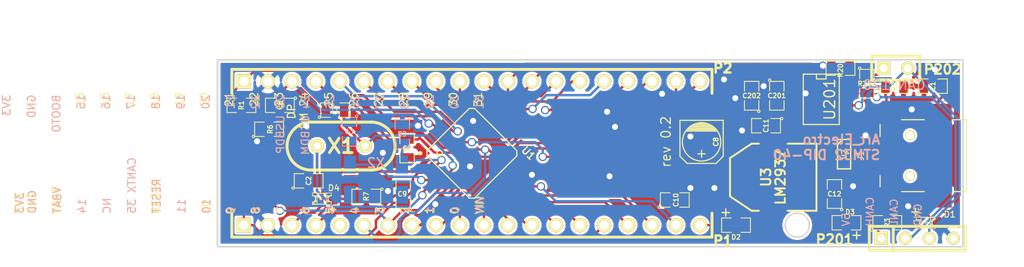
<source format=kicad_pcb>
(kicad_pcb (version 3) (host pcbnew "(2013-07-07 BZR 4022)-stable")
  (title_block (title stm8s105c4-board) (rev 2.0) (company Art_Electro) (comment 2 Art_Electro) (comment 3 Art_Electro) (comment 4 Art_Electro))
  (layers (15 F.Cu signal) (0 B.Cu signal) (18 B.Paste user) (19 F.Paste user) (20 B.SilkS user) (21 F.SilkS user) (22 B.Mask user) (23 F.Mask user) (28 Edge.Cuts user))
  (net 0 "")
  (net 1 /0)
  (net 2 /1)
  (net 3 /10)
  (net 4 /11)
  (net 5 /14)
  (net 6 /15)
  (net 7 /16)
  (net 8 /17)
  (net 9 /18)
  (net 10 /19)
  (net 11 /2)
  (net 12 /20)
  (net 13 /21)
  (net 14 /22)
  (net 15 /23_USBDP)
  (net 16 /24_USBDM)
  (net 17 /25)
  (net 18 /26)
  (net 19 /27)
  (net 20 /28)
  (net 21 /29)
  (net 22 /3)
  (net 23 /30)
  (net 24 /31)
  (net 25 /4)
  (net 26 /5)
  (net 27 /6)
  (net 28 /7)
  (net 29 /8)
  (net 30 /9)
  (net 31 /BOOT0)
  (net 32 "/CAN BUS/3.3V")
  (net 33 "/CAN BUS/5V")
  (net 34 "/CAN BUS/CANH")
  (net 35 "/CAN BUS/CANL")
  (net 36 "/CAN BUS/CAN_RX")
  (net 37 "/CAN BUS/CAN_TX")
  (net 38 /D+)
  (net 39 /D-)
  (net 40 /OSC32_IN)
  (net 41 /OSC32_OUT)
  (net 42 /Reset)
  (net 43 /VBAT)
  (net 44 /VIN)
  (net 45 GND)
  (net 46 N-0000010)
  (net 47 N-0000027)
  (net 48 N-0000030)
  (net 49 N-0000031)
  (net 50 N-0000052)
  (net 51 N-0000053)
  (net 52 N-0000056)
  (net 53 N-0000057)
  (module PIN_ARRAY_20X1 (layer F.Cu) (at 136.398 96.52)
    (fp_text reference P1 (at 26.543 1.651) (layer F.SilkS) (effects (font (size 1.016 1.016) (thickness 0.254))))
    (fp_text value CONN_20 hide)
    (pad 1 thru_hole rect (at -24.13 0) (size 1.524 1.524) (drill 1.016) (layers *.Cu *.Mask F.SilkS) (net 32 "/CAN BUS/3.3V"))
    (pad 6 thru_hole circle (at -11.43 0) (size 1.524 1.524) (drill 1.016) (layers *.Cu *.Mask F.SilkS) (net 37 "/CAN BUS/CAN_TX"))
    (pad 7 thru_hole circle (at -8.89 0) (size 1.524 1.524) (drill 1.016) (layers *.Cu *.Mask F.SilkS) (net 42 /Reset))
    (pad 8 thru_hole circle (at -6.35 0) (size 1.524 1.524) (drill 1.016) (layers *.Cu *.Mask F.SilkS) (net 4 /11))
    (pad 9 thru_hole circle (at -3.81 0) (size 1.524 1.524) (drill 1.016) (layers *.Cu *.Mask F.SilkS) (net 3 /10))
    (pad 10 thru_hole circle (at -1.27 0) (size 1.524 1.524) (drill 1.016) (layers *.Cu *.Mask F.SilkS) (net 30 /9))
    (pad 11 thru_hole circle (at 1.27 0) (size 1.524 1.524) (drill 1.016) (layers *.Cu *.Mask F.SilkS) (net 29 /8))
    (pad 12 thru_hole circle (at 3.81 0) (size 1.524 1.524) (drill 1.016) (layers *.Cu *.Mask F.SilkS) (net 28 /7))
    (pad 13 thru_hole circle (at 6.35 0) (size 1.524 1.524) (drill 1.016) (layers *.Cu *.Mask F.SilkS) (net 27 /6))
    (pad 14 thru_hole circle (at 8.89 0) (size 1.524 1.524) (drill 1.016) (layers *.Cu *.Mask F.SilkS) (net 26 /5))
    (pad 15 thru_hole circle (at 11.43 0) (size 1.524 1.524) (drill 1.016) (layers *.Cu *.Mask F.SilkS) (net 25 /4))
    (pad 16 thru_hole circle (at 13.97 0) (size 1.524 1.524) (drill 1.016) (layers *.Cu *.Mask F.SilkS) (net 22 /3))
    (pad 17 thru_hole circle (at 16.51 0) (size 1.524 1.524) (drill 1.016) (layers *.Cu *.Mask F.SilkS) (net 11 /2))
    (pad 18 thru_hole circle (at 19.05 0) (size 1.524 1.524) (drill 1.016) (layers *.Cu *.Mask F.SilkS) (net 2 /1))
    (pad 19 thru_hole circle (at 21.59 0) (size 1.524 1.524) (drill 1.016) (layers *.Cu *.Mask F.SilkS) (net 1 /0))
    (pad 2 thru_hole circle (at -21.59 0) (size 1.524 1.524) (drill 1.016) (layers *.Cu *.Mask F.SilkS) (net 45 GND))
    (pad 3 thru_hole circle (at -19.05 0) (size 1.524 1.524) (drill 1.016) (layers *.Cu *.Mask F.SilkS) (net 43 /VBAT))
    (pad 4 thru_hole circle (at -16.51 0) (size 1.524 1.524) (drill 1.016) (layers *.Cu *.Mask F.SilkS) (net 5 /14))
    (pad 5 thru_hole circle (at -13.97 0) (size 1.524 1.524) (drill 1.016) (layers *.Cu *.Mask F.SilkS))
    (pad 20 thru_hole circle (at 24.13 0) (size 1.524 1.524) (drill 1.016) (layers *.Cu *.Mask F.SilkS) (net 44 /VIN))
  )
  (module PIN_ARRAY_20X1 (layer F.Cu) (at 136.398 81.28)
    (fp_text reference P2 (at 26.543 -1.397) (layer F.SilkS) (effects (font (size 1.016 1.016) (thickness 0.254))))
    (fp_text value CONN_20 hide)
    (pad 1 thru_hole rect (at -24.13 0) (size 1.524 1.524) (drill 1.016) (layers *.Cu *.Mask F.SilkS) (net 32 "/CAN BUS/3.3V"))
    (pad 6 thru_hole circle (at -11.43 0) (size 1.524 1.524) (drill 1.016) (layers *.Cu *.Mask F.SilkS) (net 8 /17))
    (pad 7 thru_hole circle (at -8.89 0) (size 1.524 1.524) (drill 1.016) (layers *.Cu *.Mask F.SilkS) (net 9 /18))
    (pad 8 thru_hole circle (at -6.35 0) (size 1.524 1.524) (drill 1.016) (layers *.Cu *.Mask F.SilkS) (net 10 /19))
    (pad 9 thru_hole circle (at -3.81 0) (size 1.524 1.524) (drill 1.016) (layers *.Cu *.Mask F.SilkS) (net 12 /20))
    (pad 10 thru_hole circle (at -1.27 0) (size 1.524 1.524) (drill 1.016) (layers *.Cu *.Mask F.SilkS) (net 13 /21))
    (pad 11 thru_hole circle (at 1.27 0) (size 1.524 1.524) (drill 1.016) (layers *.Cu *.Mask F.SilkS) (net 14 /22))
    (pad 12 thru_hole circle (at 3.81 0) (size 1.524 1.524) (drill 1.016) (layers *.Cu *.Mask F.SilkS) (net 15 /23_USBDP))
    (pad 13 thru_hole circle (at 6.35 0) (size 1.524 1.524) (drill 1.016) (layers *.Cu *.Mask F.SilkS) (net 16 /24_USBDM))
    (pad 14 thru_hole circle (at 8.89 0) (size 1.524 1.524) (drill 1.016) (layers *.Cu *.Mask F.SilkS) (net 17 /25))
    (pad 15 thru_hole circle (at 11.43 0) (size 1.524 1.524) (drill 1.016) (layers *.Cu *.Mask F.SilkS) (net 18 /26))
    (pad 16 thru_hole circle (at 13.97 0) (size 1.524 1.524) (drill 1.016) (layers *.Cu *.Mask F.SilkS) (net 19 /27))
    (pad 17 thru_hole circle (at 16.51 0) (size 1.524 1.524) (drill 1.016) (layers *.Cu *.Mask F.SilkS) (net 20 /28))
    (pad 18 thru_hole circle (at 19.05 0) (size 1.524 1.524) (drill 1.016) (layers *.Cu *.Mask F.SilkS) (net 21 /29))
    (pad 19 thru_hole circle (at 21.59 0) (size 1.524 1.524) (drill 1.016) (layers *.Cu *.Mask F.SilkS) (net 23 /30))
    (pad 2 thru_hole circle (at -21.59 0) (size 1.524 1.524) (drill 1.016) (layers *.Cu *.Mask F.SilkS) (net 45 GND))
    (pad 3 thru_hole circle (at -19.05 0) (size 1.524 1.524) (drill 1.016) (layers *.Cu *.Mask F.SilkS) (net 31 /BOOT0))
    (pad 4 thru_hole circle (at -16.51 0) (size 1.524 1.524) (drill 1.016) (layers *.Cu *.Mask F.SilkS) (net 6 /15))
    (pad 5 thru_hole circle (at -13.97 0) (size 1.524 1.524) (drill 1.016) (layers *.Cu *.Mask F.SilkS) (net 7 /16))
    (pad 20 thru_hole circle (at 24.13 0) (size 1.524 1.524) (drill 1.016) (layers *.Cu *.Mask F.SilkS) (net 24 /31))
  )
  (module SM0805 (layer F.Cu) (at 185.166 81.788)
    (fp_text reference C1 (at 0 0 90) (layer F.SilkS) (effects (font (size 0.50038 0.50038) (thickness 0.10922))))
    (fp_text value 4700pF hide)
    (pad 1 smd rect (at -0.9525 0) (size 0.889 1.397) (layers F.Cu F.Paste F.Mask) (net 45 GND))
    (pad 2 smd rect (at 0.9525 0) (size 0.889 1.397) (layers F.Cu F.Paste F.Mask) (net 49 N-0000031))
  )
  (module SM0805 (layer B.Cu) (at 123.444 86.614 270)
    (fp_text reference C4 (at 0 0 360) (layer B.SilkS) (effects (font (size 0.50038 0.50038) (thickness 0.10922)) (justify mirror)))
    (fp_text value 18pF hide)
    (pad 1 smd rect (at -0.9525 0 270) (size 0.889 1.397) (layers B.Cu B.Paste B.Mask) (net 45 GND))
    (pad 2 smd rect (at 0.9525 0 270) (size 0.889 1.397) (layers B.Cu B.Paste B.Mask) (net 41 /OSC32_OUT))
  )
  (module SM0805 (layer F.Cu) (at 119.126 91.821)
    (fp_text reference C2 (at 0 0 90) (layer F.SilkS) (effects (font (size 0.50038 0.50038) (thickness 0.10922))))
    (fp_text value 18pF hide)
    (pad 1 smd rect (at -0.9525 0) (size 0.889 1.397) (layers F.Cu F.Paste F.Mask) (net 45 GND))
    (pad 2 smd rect (at 0.9525 0) (size 0.889 1.397) (layers F.Cu F.Paste F.Mask) (net 51 N-0000053))
  )
  (module SM0805 (layer F.Cu) (at 112.014 83.82 180)
    (fp_text reference R1 (at 0 0 270) (layer F.SilkS) (effects (font (size 0.50038 0.50038) (thickness 0.10922))))
    (fp_text value 1k hide)
    (pad 1 smd rect (at -0.9525 0 180) (size 0.889 1.397) (layers F.Cu F.Paste F.Mask) (net 42 /Reset))
    (pad 2 smd rect (at 0.9525 0 180) (size 0.889 1.397) (layers F.Cu F.Paste F.Mask) (net 32 "/CAN BUS/3.3V"))
  )
  (module SM0805 (layer F.Cu) (at 121.92 84.328)
    (fp_text reference C3 (at 0 0 90) (layer F.SilkS) (effects (font (size 0.50038 0.50038) (thickness 0.10922))))
    (fp_text value 18pF hide)
    (pad 1 smd rect (at -0.9525 0) (size 0.889 1.397) (layers F.Cu F.Paste F.Mask) (net 45 GND))
    (pad 2 smd rect (at 0.9525 0) (size 0.889 1.397) (layers F.Cu F.Paste F.Mask) (net 50 N-0000052))
  )
  (module SM0805 (layer B.Cu) (at 129.032 86.868 270)
    (fp_text reference C5 (at 0 0 360) (layer B.SilkS) (effects (font (size 0.50038 0.50038) (thickness 0.10922)) (justify mirror)))
    (fp_text value 18pF hide)
    (pad 1 smd rect (at -0.9525 0 270) (size 0.889 1.397) (layers B.Cu B.Paste B.Mask) (net 45 GND))
    (pad 2 smd rect (at 0.9525 0 270) (size 0.889 1.397) (layers B.Cu B.Paste B.Mask) (net 40 /OSC32_IN))
  )
  (module SM0805 (layer F.Cu) (at 116.078 83.82 180)
    (fp_text reference C6 (at 0 0 270) (layer F.SilkS) (effects (font (size 0.50038 0.50038) (thickness 0.10922))))
    (fp_text value 100nF hide)
    (pad 1 smd rect (at -0.9525 0 180) (size 0.889 1.397) (layers F.Cu F.Paste F.Mask) (net 45 GND))
    (pad 2 smd rect (at 0.9525 0 180) (size 0.889 1.397) (layers F.Cu F.Paste F.Mask) (net 42 /Reset))
  )
  (module SM0805 (layer F.Cu) (at 129.54 88.392 270)
    (fp_text reference C7 (at 0 0 360) (layer F.SilkS) (effects (font (size 0.50038 0.50038) (thickness 0.10922))))
    (fp_text value 1uF hide)
    (pad 1 smd rect (at -0.9525 0 270) (size 0.889 1.397) (layers F.Cu F.Paste F.Mask) (net 32 "/CAN BUS/3.3V"))
    (pad 2 smd rect (at 0.9525 0 270) (size 0.889 1.397) (layers F.Cu F.Paste F.Mask) (net 45 GND))
  )
  (module HC-49V (layer F.Cu) (at 122.555 88.138)
    (fp_text reference X1 (at 0 0) (layer F.SilkS) (effects (font (size 1.524 1.524) (thickness 0.3048))))
    (fp_text value 8MHz hide)
    (pad 1 thru_hole circle (at -2.54 0) (size 1.4224 1.4224) (drill 0.762) (layers *.Cu *.Mask F.SilkS) (net 51 N-0000053))
    (pad 2 thru_hole circle (at 2.54 0) (size 1.4224 1.4224) (drill 0.762) (layers *.Cu *.Mask F.SilkS) (net 50 N-0000052))
  )
  (module SOT223 (layer F.Cu) (at 168.275 91.44 90)
    (fp_text reference U3 (at 0 -0.762 90) (layer F.SilkS) (effects (font (size 1.016 1.016) (thickness 0.2032))))
    (fp_text value LM2937 (at 0 0.762 90) (layer F.SilkS) (effects (font (size 1.016 1.016) (thickness 0.2032))))
    (pad 4 smd rect (at 0 -3.302 90) (size 3.6576 2.032) (layers F.Cu F.Paste F.Mask) (net 45 GND))
    (pad 2 smd rect (at 0 3.302 90) (size 1.016 2.032) (layers F.Cu F.Paste F.Mask) (net 45 GND))
    (pad 3 smd rect (at 2.286 3.302 90) (size 1.016 2.032) (layers F.Cu F.Paste F.Mask) (net 32 "/CAN BUS/3.3V"))
    (pad 1 smd rect (at -2.286 3.302 90) (size 1.016 2.032) (layers F.Cu F.Paste F.Mask) (net 46 N-0000010))
  )
  (module SOT-457 (layer F.Cu) (at 175.768 89.027 270)
    (fp_text reference U2 (at 0 0 270) (layer F.SilkS) (effects (font (size 0.50038 0.50038) (thickness 0.10922))))
    (fp_text value NUF2101MT1G hide)
    (pad 1 smd rect (at -0.95 1.2 270) (size 0.7 1) (layers F.Cu F.Paste F.Mask) (net 15 /23_USBDP))
    (pad 2 smd rect (at 0 1.2 270) (size 0.7 1) (layers F.Cu F.Paste F.Mask) (net 45 GND))
    (pad 3 smd rect (at 0.95 1.2 270) (size 0.7 1) (layers F.Cu F.Paste F.Mask) (net 16 /24_USBDM))
    (pad 4 smd rect (at 0.95 -1.2 270) (size 0.7 1) (layers F.Cu F.Paste F.Mask) (net 39 /D-))
    (pad 5 smd rect (at 0 -1.2 270) (size 0.7 1) (layers F.Cu F.Paste F.Mask) (net 33 "/CAN BUS/5V"))
    (pad 6 smd rect (at -0.95 -1.2 270) (size 0.7 1) (layers F.Cu F.Paste F.Mask) (net 38 /D+))
  )
  (module SM0805-diode (layer F.Cu) (at 176.022 96.266 180)
    (fp_text reference D3 (at -0.381 1.143 180) (layer F.SilkS) (effects (font (size 0.50038 0.50038) (thickness 0.10922))))
    (fp_text value DIODESCH hide)
    (pad 1 smd rect (at -0.9525 0 180) (size 0.889 1.397) (layers F.Cu F.Paste F.Mask) (net 33 "/CAN BUS/5V"))
    (pad 2 smd rect (at 0.9525 0 180) (size 0.889 1.397) (layers F.Cu F.Paste F.Mask) (net 46 N-0000010))
  )
  (module SM0805-diode (layer F.Cu) (at 164.338 96.52)
    (fp_text reference D2 (at 0 1.27) (layer F.SilkS) (effects (font (size 0.50038 0.50038) (thickness 0.10922))))
    (fp_text value DIODESCH hide)
    (pad 1 smd rect (at -0.9525 0) (size 0.889 1.397) (layers F.Cu F.Paste F.Mask) (net 44 /VIN))
    (pad 2 smd rect (at 0.9525 0) (size 0.889 1.397) (layers F.Cu F.Paste F.Mask) (net 46 N-0000010))
  )
  (module SM0805 (layer F.Cu) (at 180.34 96.266)
    (fp_text reference R3 (at 0 0 90) (layer F.SilkS) (effects (font (size 0.50038 0.50038) (thickness 0.10922))))
    (fp_text value 1k hide)
    (pad 1 smd rect (at -0.9525 0) (size 0.889 1.397) (layers F.Cu F.Paste F.Mask) (net 33 "/CAN BUS/5V"))
    (pad 2 smd rect (at 0.9525 0) (size 0.889 1.397) (layers F.Cu F.Paste F.Mask) (net 48 N-0000030))
  )
  (module SM0805 (layer F.Cu) (at 174.752 93.218 90)
    (fp_text reference C12 (at 0 0 180) (layer F.SilkS) (effects (font (size 0.50038 0.50038) (thickness 0.10922))))
    (fp_text value 10uF hide)
    (pad 1 smd rect (at -0.9525 0 90) (size 0.889 1.397) (layers F.Cu F.Paste F.Mask) (net 46 N-0000010))
    (pad 2 smd rect (at 0.9525 0 90) (size 0.889 1.397) (layers F.Cu F.Paste F.Mask) (net 45 GND))
  )
  (module SM0805 (layer F.Cu) (at 125.222 93.472 180)
    (fp_text reference R7 (at 0 0 270) (layer F.SilkS) (effects (font (size 0.50038 0.50038) (thickness 0.10922))))
    (fp_text value 1k hide)
    (pad 1 smd rect (at -0.9525 0 180) (size 0.889 1.397) (layers F.Cu F.Paste F.Mask) (net 5 /14))
    (pad 2 smd rect (at 0.9525 0 180) (size 0.889 1.397) (layers F.Cu F.Paste F.Mask) (net 47 N-0000027))
  )
  (module SM0805 (layer F.Cu) (at 181.102 81.788)
    (fp_text reference R2 (at 0 0 90) (layer F.SilkS) (effects (font (size 0.50038 0.50038) (thickness 0.10922))))
    (fp_text value 1M hide)
    (pad 1 smd rect (at -0.9525 0) (size 0.889 1.397) (layers F.Cu F.Paste F.Mask) (net 49 N-0000031))
    (pad 2 smd rect (at 0.9525 0) (size 0.889 1.397) (layers F.Cu F.Paste F.Mask) (net 45 GND))
  )
  (module SM0805 (layer F.Cu) (at 114.935 86.36)
    (fp_text reference R6 (at 0.127 0 90) (layer F.SilkS) (effects (font (size 0.50038 0.50038) (thickness 0.10922))))
    (fp_text value 10k hide)
    (pad 1 smd rect (at -0.9525 0) (size 0.889 1.397) (layers F.Cu F.Paste F.Mask) (net 45 GND))
    (pad 2 smd rect (at 0.9525 0) (size 0.889 1.397) (layers F.Cu F.Paste F.Mask) (net 31 /BOOT0))
  )
  (module SM0805 (layer F.Cu) (at 129.125 93.204 90)
    (fp_text reference C9 (at -0.014 -0.093 180) (layer F.SilkS) (effects (font (size 0.50038 0.50038) (thickness 0.10922))))
    (fp_text value 0.1uF hide)
    (pad 1 smd rect (at -0.9525 0 90) (size 0.889 1.397) (layers F.Cu F.Paste F.Mask) (net 32 "/CAN BUS/3.3V"))
    (pad 2 smd rect (at 0.9525 0 90) (size 0.889 1.397) (layers F.Cu F.Paste F.Mask) (net 45 GND))
  )
  (module SM0805 (layer F.Cu) (at 167.513 85.979 180)
    (fp_text reference C11 (at 0 0 270) (layer F.SilkS) (effects (font (size 0.50038 0.50038) (thickness 0.10922))))
    (fp_text value 1uF hide)
    (pad 1 smd rect (at -0.9525 0 180) (size 0.889 1.397) (layers F.Cu F.Paste F.Mask) (net 32 "/CAN BUS/3.3V"))
    (pad 2 smd rect (at 0.9525 0 180) (size 0.889 1.397) (layers F.Cu F.Paste F.Mask) (net 45 GND))
  )
  (module SM0805 (layer F.Cu) (at 157.861 93.853)
    (fp_text reference C10 (at 0.127 0 90) (layer F.SilkS) (effects (font (size 0.50038 0.50038) (thickness 0.10922))))
    (fp_text value 1uF hide)
    (pad 1 smd rect (at -0.9525 0) (size 0.889 1.397) (layers F.Cu F.Paste F.Mask) (net 32 "/CAN BUS/3.3V"))
    (pad 2 smd rect (at 0.9525 0) (size 0.889 1.397) (layers F.Cu F.Paste F.Mask) (net 45 GND))
  )
  (module MINI-USB-5P-3400020P1 (layer F.Cu) (at 184.15 89.154 90)
    (fp_text reference J1 (at 0 -6.604 90) (layer F.SilkS) (effects (font (size 0.635 0.635) (thickness 0.0889))))
    (fp_text value MINI-USB hide)
    (pad 1 smd rect (at -1.6 -4.191 90) (size 0.508 2.54) (layers F.Cu F.Paste F.Mask) (net 33 "/CAN BUS/5V"))
    (pad 2 smd rect (at -0.8 -4.191 90) (size 0.508 2.54) (layers F.Cu F.Paste F.Mask) (net 39 /D-))
    (pad 3 smd rect (at 0 -4.191 90) (size 0.508 2.54) (layers F.Cu F.Paste F.Mask) (net 38 /D+))
    (pad 4 smd rect (at 0.8 -4.191 90) (size 0.508 2.54) (layers F.Cu F.Paste F.Mask))
    (pad 5 smd rect (at 1.6 -4.191 90) (size 0.508 2.54) (layers F.Cu F.Paste F.Mask) (net 45 GND))
    (pad 6 smd rect (at -4.5 1.603 180) (size 2.794 2) (layers F.Cu F.Paste F.Mask) (net 49 N-0000031))
    (pad 6 smd rect (at 4.5 1.603 180) (size 2.794 2) (layers F.Cu F.Paste F.Mask) (net 49 N-0000031))
    (pad 6 smd rect (at -4.5 -3.897 180) (size 2.794 2) (layers F.Cu F.Paste F.Mask) (net 49 N-0000031))
    (pad 6 smd rect (at 4.5 -3.897 180) (size 2.794 2) (layers F.Cu F.Paste F.Mask) (net 49 N-0000031))
    (pad "" thru_hole circle (at -2.159 -1.397 180) (size 1.016 1.016) (drill 0.762) (layers *.Cu *.Mask F.SilkS))
    (pad "" thru_hole circle (at 2.159 -1.397 180) (size 1.016 1.016) (drill 0.762) (layers *.Cu *.Mask F.SilkS))
  )
  (module MC-306 (layer B.Cu) (at 126.238 91.694)
    (fp_text reference X2 (at 0 -1.778) (layer B.SilkS) (effects (justify mirror)))
    (fp_text value 32768KHz hide)
    (pad 1 smd rect (at -2.75 -1.6) (size 1.3 1.9) (layers B.Cu B.Paste B.Mask) (net 41 /OSC32_OUT))
    (pad 2 smd rect (at 2.75 -1.6) (size 1.3 1.9) (layers B.Cu B.Paste B.Mask) (net 40 /OSC32_IN))
    (pad 3 smd rect (at 2.75 1.6) (size 1.3 1.9) (layers B.Cu B.Paste B.Mask))
    (pad 4 smd rect (at -2.75 1.6) (size 1.3 1.9) (layers B.Cu B.Paste B.Mask))
  )
  (module LED-0805_A (layer F.Cu) (at 120.523 93.726 180)
    (fp_text reference D4 (at -1.27 1.143 180) (layer F.SilkS) (effects (font (size 0.635 0.635) (thickness 0.10922))))
    (fp_text value BLUE hide)
    (pad 1 smd rect (at -1.04902 0 180) (size 1.19888 1.19888) (layers F.Cu F.Paste F.Mask) (net 47 N-0000027))
    (pad 2 smd rect (at 1.04902 0 180) (size 1.19888 1.19888) (layers F.Cu F.Paste F.Mask) (net 45 GND))
  )
  (module LED-0805_A (layer F.Cu) (at 184.404 96.266)
    (fp_text reference D1 (at 2.54 -0.889) (layer F.SilkS) (effects (font (size 0.635 0.635) (thickness 0.10922))))
    (fp_text value GREEN hide)
    (pad 1 smd rect (at -1.04902 0) (size 1.19888 1.19888) (layers F.Cu F.Paste F.Mask) (net 48 N-0000030))
    (pad 2 smd rect (at 1.04902 0) (size 1.19888 1.19888) (layers F.Cu F.Paste F.Mask) (net 45 GND))
  )
  (module CP_elec_4x5.3 (layer F.Cu) (at 160.693 87.6931 270)
    (fp_text reference C8 (at 0 -1.524 270) (layer F.SilkS) (effects (font (size 0.50038 0.50038) (thickness 0.11938))))
    (fp_text value 47uF hide)
    (pad 1 smd rect (at 1.80086 0 270) (size 2.60096 1.6002) (layers F.Cu F.Paste F.Mask) (net 32 "/CAN BUS/3.3V"))
    (pad 2 smd rect (at -1.80086 0 270) (size 2.60096 1.6002) (layers F.Cu F.Paste F.Mask) (net 45 GND))
  )
  (module lqfp48 (layer F.Cu) (at 136.398 88.9 315)
    (fp_text reference U1 (at 4.22072 -4.22072 315) (layer F.SilkS) (effects (font (size 0.7493 0.7493) (thickness 0.14986))))
    (fp_text value STM32F103C8 hide)
    (pad 4 smd rect (at -1.24968 4.09956 315) (size 0.29972 1.30048) (layers F.Cu F.Paste F.Mask) (net 41 /OSC32_OUT))
    (pad 5 smd rect (at -0.7493 4.09956 315) (size 0.29972 1.30048) (layers F.Cu F.Paste F.Mask) (net 51 N-0000053))
    (pad 6 smd rect (at -0.24892 4.09956 315) (size 0.29972 1.30048) (layers F.Cu F.Paste F.Mask) (net 50 N-0000052))
    (pad 7 smd rect (at 0.24892 4.09956 315) (size 0.29972 1.30048) (layers F.Cu F.Paste F.Mask) (net 42 /Reset))
    (pad 8 smd rect (at 0.7493 4.09956 315) (size 0.29972 1.30048) (layers F.Cu F.Paste F.Mask) (net 45 GND))
    (pad 1 smd rect (at -2.75082 4.09956 315) (size 0.29972 1.30048) (layers F.Cu F.Paste F.Mask) (net 43 /VBAT))
    (pad 2 smd rect (at -2.25044 4.09956 315) (size 0.29972 1.30048) (layers F.Cu F.Paste F.Mask) (net 5 /14))
    (pad 3 smd rect (at -1.75006 4.09956 315) (size 0.29972 1.30048) (layers F.Cu F.Paste F.Mask) (net 40 /OSC32_IN))
    (pad 13 smd rect (at 4.09956 2.75082 315) (size 1.30048 0.29972) (layers F.Cu F.Paste F.Mask) (net 29 /8))
    (pad 14 smd rect (at 4.09956 2.25044 315) (size 1.30048 0.29972) (layers F.Cu F.Paste F.Mask) (net 28 /7))
    (pad 15 smd rect (at 4.09956 1.75006 315) (size 1.30048 0.29972) (layers F.Cu F.Paste F.Mask) (net 27 /6))
    (pad 16 smd rect (at 4.09956 1.24968 315) (size 1.30048 0.29972) (layers F.Cu F.Paste F.Mask) (net 26 /5))
    (pad 17 smd rect (at 4.09956 0.7493 315) (size 1.30048 0.29972) (layers F.Cu F.Paste F.Mask) (net 25 /4))
    (pad 18 smd rect (at 4.09956 0.24892 315) (size 1.30048 0.29972) (layers F.Cu F.Paste F.Mask) (net 22 /3))
    (pad 19 smd rect (at 4.09956 -0.24892 315) (size 1.30048 0.29972) (layers F.Cu F.Paste F.Mask))
    (pad 20 smd rect (at 4.09956 -0.7493 315) (size 1.30048 0.29972) (layers F.Cu F.Paste F.Mask) (net 11 /2))
    (pad 25 smd rect (at 2.75082 -4.09956 315) (size 0.29972 1.30048) (layers F.Cu F.Paste F.Mask) (net 24 /31))
    (pad 26 smd rect (at 2.25044 -4.09956 315) (size 0.29972 1.30048) (layers F.Cu F.Paste F.Mask) (net 23 /30))
    (pad 27 smd rect (at 1.75006 -4.09956 315) (size 0.29972 1.30048) (layers F.Cu F.Paste F.Mask) (net 21 /29))
    (pad 28 smd rect (at 1.24968 -4.09956 315) (size 0.29972 1.30048) (layers F.Cu F.Paste F.Mask) (net 20 /28))
    (pad 29 smd rect (at 0.7493 -4.09956 315) (size 0.29972 1.30048) (layers F.Cu F.Paste F.Mask) (net 19 /27))
    (pad 30 smd rect (at 0.24892 -4.09956 315) (size 0.29972 1.30048) (layers F.Cu F.Paste F.Mask) (net 18 /26))
    (pad 31 smd rect (at -0.24892 -4.09956 315) (size 0.29972 1.30048) (layers F.Cu F.Paste F.Mask) (net 17 /25))
    (pad 32 smd rect (at -0.7493 -4.09956 315) (size 0.29972 1.30048) (layers F.Cu F.Paste F.Mask) (net 16 /24_USBDM))
    (pad 37 smd rect (at -4.09956 -2.75082 315) (size 1.30048 0.29972) (layers F.Cu F.Paste F.Mask) (net 13 /21))
    (pad 38 smd rect (at -4.09956 -2.25044 315) (size 1.30048 0.29972) (layers F.Cu F.Paste F.Mask) (net 12 /20))
    (pad 39 smd rect (at -4.09956 -1.75006 315) (size 1.30048 0.29972) (layers F.Cu F.Paste F.Mask) (net 10 /19))
    (pad 40 smd rect (at -4.09956 -1.24968 315) (size 1.30048 0.29972) (layers F.Cu F.Paste F.Mask) (net 9 /18))
    (pad 41 smd rect (at -4.09956 -0.7493 315) (size 1.30048 0.29972) (layers F.Cu F.Paste F.Mask) (net 8 /17))
    (pad 42 smd rect (at -4.09956 -0.24892 315) (size 1.30048 0.29972) (layers F.Cu F.Paste F.Mask) (net 7 /16))
    (pad 43 smd rect (at -4.09956 0.24892 315) (size 1.30048 0.29972) (layers F.Cu F.Paste F.Mask) (net 6 /15))
    (pad 44 smd rect (at -4.09956 0.7493 315) (size 1.30048 0.29972) (layers F.Cu F.Paste F.Mask) (net 31 /BOOT0))
    (pad 9 smd rect (at 1.24968 4.09956 315) (size 0.29972 1.30048) (layers F.Cu F.Paste F.Mask) (net 32 "/CAN BUS/3.3V"))
    (pad 10 smd rect (at 1.75006 4.09956 315) (size 0.29972 1.30048) (layers F.Cu F.Paste F.Mask) (net 4 /11))
    (pad 11 smd rect (at 2.25044 4.09956 315) (size 0.29972 1.30048) (layers F.Cu F.Paste F.Mask) (net 3 /10))
    (pad 12 smd rect (at 2.75082 4.09956 315) (size 0.29972 1.30048) (layers F.Cu F.Paste F.Mask) (net 30 /9))
    (pad 21 smd rect (at 4.09956 -1.24968 315) (size 1.30048 0.29972) (layers F.Cu F.Paste F.Mask) (net 2 /1))
    (pad 22 smd rect (at 4.09956 -1.75006 315) (size 1.30048 0.29972) (layers F.Cu F.Paste F.Mask) (net 1 /0))
    (pad 23 smd rect (at 4.09956 -2.25044 315) (size 1.30048 0.29972) (layers F.Cu F.Paste F.Mask) (net 45 GND))
    (pad 24 smd rect (at 4.09956 -2.75082 315) (size 1.30048 0.29972) (layers F.Cu F.Paste F.Mask) (net 32 "/CAN BUS/3.3V"))
    (pad 33 smd rect (at -1.24968 -4.09956 315) (size 0.29972 1.30048) (layers F.Cu F.Paste F.Mask) (net 15 /23_USBDP))
    (pad 34 smd rect (at -1.75006 -4.09956 315) (size 0.29972 1.30048) (layers F.Cu F.Paste F.Mask) (net 14 /22))
    (pad 35 smd rect (at -2.25044 -4.09956 315) (size 0.29972 1.30048) (layers F.Cu F.Paste F.Mask) (net 45 GND))
    (pad 36 smd rect (at -2.75082 -4.09956 315) (size 0.29972 1.30048) (layers F.Cu F.Paste F.Mask) (net 32 "/CAN BUS/3.3V"))
    (pad 45 smd rect (at -4.09956 1.24968 315) (size 1.30048 0.29972) (layers F.Cu F.Paste F.Mask) (net 36 "/CAN BUS/CAN_RX"))
    (pad 46 smd rect (at -4.09956 1.75006 315) (size 1.30048 0.29972) (layers F.Cu F.Paste F.Mask) (net 37 "/CAN BUS/CAN_TX"))
    (pad 47 smd rect (at -4.09956 2.25044 315) (size 1.30048 0.29972) (layers F.Cu F.Paste F.Mask) (net 45 GND))
    (pad 48 smd rect (at -4.09956 2.75082 315) (size 1.30048 0.29972) (layers F.Cu F.Paste F.Mask) (net 32 "/CAN BUS/3.3V"))
  )
  (module SO8E (layer F.Cu) (at 173.355 83.185 270)
    (fp_text reference U201 (at 0 -0.889 270) (layer F.SilkS) (effects (font (size 1.143 1.143) (thickness 0.1524))))
    (fp_text value SN65HVD230 hide)
    (pad 8 smd rect (at -1.905 -2.667 270) (size 0.59944 1.39954) (layers F.Cu F.Paste F.Mask) (net 53 N-0000057))
    (pad 1 smd rect (at -1.905 2.667 270) (size 0.59944 1.39954) (layers F.Cu F.Paste F.Mask) (net 37 "/CAN BUS/CAN_TX"))
    (pad 7 smd rect (at -0.635 -2.667 270) (size 0.59944 1.39954) (layers F.Cu F.Paste F.Mask) (net 34 "/CAN BUS/CANH"))
    (pad 6 smd rect (at 0.635 -2.667 270) (size 0.59944 1.39954) (layers F.Cu F.Paste F.Mask) (net 35 "/CAN BUS/CANL"))
    (pad 5 smd rect (at 1.905 -2.667 270) (size 0.59944 1.39954) (layers F.Cu F.Paste F.Mask))
    (pad 2 smd rect (at -0.635 2.667 270) (size 0.59944 1.39954) (layers F.Cu F.Paste F.Mask) (net 45 GND))
    (pad 3 smd rect (at 0.635 2.667 270) (size 0.59944 1.39954) (layers F.Cu F.Paste F.Mask) (net 32 "/CAN BUS/3.3V"))
    (pad 4 smd rect (at 1.905 2.667 270) (size 0.59944 1.39954) (layers F.Cu F.Paste F.Mask) (net 36 "/CAN BUS/CAN_RX"))
  )
  (module SM0805 (layer F.Cu) (at 165.989 82.804 90)
    (fp_text reference C202 (at 0 0 180) (layer F.SilkS) (effects (font (size 0.50038 0.50038) (thickness 0.10922))))
    (fp_text value 4.7uF hide)
    (pad 1 smd rect (at -0.9525 0 90) (size 0.889 1.397) (layers F.Cu F.Paste F.Mask) (net 32 "/CAN BUS/3.3V"))
    (pad 2 smd rect (at 0.9525 0 90) (size 0.889 1.397) (layers F.Cu F.Paste F.Mask) (net 45 GND))
  )
  (module SM0805 (layer F.Cu) (at 168.656 82.804 270)
    (fp_text reference C201 (at 0 0 360) (layer F.SilkS) (effects (font (size 0.50038 0.50038) (thickness 0.10922))))
    (fp_text value 0.1uF hide)
    (pad 1 smd rect (at -0.9525 0 270) (size 0.889 1.397) (layers F.Cu F.Paste F.Mask) (net 45 GND))
    (pad 2 smd rect (at 0.9525 0 270) (size 0.889 1.397) (layers F.Cu F.Paste F.Mask) (net 32 "/CAN BUS/3.3V"))
  )
  (module SM0805 (layer F.Cu) (at 175.387 79.883 180)
    (fp_text reference R201 (at 0 0 270) (layer F.SilkS) (effects (font (size 0.50038 0.50038) (thickness 0.10922))))
    (fp_text value 10k hide)
    (pad 1 smd rect (at -0.9525 0 180) (size 0.889 1.397) (layers F.Cu F.Paste F.Mask) (net 53 N-0000057))
    (pad 2 smd rect (at 0.9525 0 180) (size 0.889 1.397) (layers F.Cu F.Paste F.Mask) (net 45 GND))
  )
  (module SM0805 (layer F.Cu) (at 178.181 81.534 270)
    (fp_text reference R202 (at 0 0 360) (layer F.SilkS) (effects (font (size 0.50038 0.50038) (thickness 0.10922))))
    (fp_text value 120 hide)
    (pad 1 smd rect (at -0.9525 0 270) (size 0.889 1.397) (layers F.Cu F.Paste F.Mask) (net 52 N-0000056))
    (pad 2 smd rect (at 0.9525 0 270) (size 0.889 1.397) (layers F.Cu F.Paste F.Mask) (net 34 "/CAN BUS/CANH"))
  )
  (module SIL-4 (layer F.Cu) (at 183.515 97.917)
    (fp_text reference P201 (at -8.763 0.127) (layer F.SilkS) (effects (font (size 1.016 1.016) (thickness 0.2286))))
    (fp_text value CONN_4 hide)
    (pad 1 thru_hole rect (at -3.81 0) (size 1.397 1.397) (drill 0.8128) (layers *.Cu *.Mask F.SilkS) (net 33 "/CAN BUS/5V"))
    (pad 2 thru_hole circle (at -1.27 0) (size 1.397 1.397) (drill 0.8128) (layers *.Cu *.Mask F.SilkS) (net 34 "/CAN BUS/CANH"))
    (pad 3 thru_hole circle (at 1.27 0) (size 1.397 1.397) (drill 0.8128) (layers *.Cu *.Mask F.SilkS) (net 35 "/CAN BUS/CANL"))
    (pad 4 thru_hole circle (at 3.81 0) (size 1.397 1.397) (drill 0.8128) (layers *.Cu *.Mask F.SilkS) (net 45 GND))
  )
  (module JUMPER-2 (layer F.Cu) (at 181.229 79.883)
    (fp_text reference P202 (at 4.953 0.127) (layer F.SilkS) (effects (font (size 1.016 1.016) (thickness 0.2286))))
    (fp_text value JUMPER hide)
    (pad 1 thru_hole rect (at -1.27 0) (size 1.397 1.397) (drill 0.8128) (layers *.Cu *.Mask F.SilkS) (net 52 N-0000056))
    (pad 2 thru_hole circle (at 1.27 0) (size 1.397 1.397) (drill 0.8128) (layers *.Cu *.Mask F.SilkS) (net 35 "/CAN BUS/CANL"))
  )
  (gr_text "3V3\n\nGND\n\nBOOTO\n\n15\n\n16\n\n17\n\n18\n\n19\n\n20\n\n21\n\n22\n\n23 USBDP\n\n24 USBDM\n\n25\n\n26\n\n27\n\n28\n\n29\n\n30\n\n31" (at 112.1918 82.6008 90) (layer B.SilkS) (effects (font (size 0.81788 0.81788) (thickness 0.127)) (justify left mirror)))
  (gr_circle (center 170.815 96.52) (end 172.085 96.52) (layer Edge.Cuts) (width 0.15))
  (gr_text "5V\n\nCANH\n\nCANL\n\nGND" (at 179.7812 96.7232 90) (layer B.SilkS) (effects (font (size 0.7874 0.7874) (thickness 0.127)) (justify right mirror)))
  (gr_text "CAN 120" (at 181.0766 81.661) (layer B.SilkS) (effects (font (size 1.016 1.016) (thickness 0.127)) (justify mirror)))
  (gr_text "\n3V3\nGND\n\nVBAT\n\n\n\n\n\n\n\nRESET\n\n\n\n10\n\n9\n\n8\n\n7\n\n6\n\n5\n\n4\n\n3\n\n2\n\n1\n\n0\n\nVIN" (at 112.1664 95.4532 90) (layer F.SilkS) (effects (font (size 0.81788 0.81788) (thickness 0.127)) (justify left)))
  (gr_text "\n3V3\nGND\n\nVBAT\n\n14\n\nNC\n\nCANTX 35\n\nRESET\n\n11\n\n10\n\n9\n\n8\n\n7\n\n6\n\n5\n\n4\n\n3\n\n2\n\n1\n\n0\n\nVIN" (at 112.268 95.377 90) (layer B.SilkS) (effects (font (size 0.81788 0.81788) (thickness 0.127)) (justify right mirror)))
  (gr_text "\n\n\n\n\n\n15\n\n16\n\n17\n\n18\n\n19\n\n20\n\n21\n\n22\n\n23\nDP  \nDM 24\n\n25\n\n26\n\n27\n\n28\n\n29\n\n30\n\n31" (at 112.0394 82.3214 90) (layer F.SilkS) (effects (font (size 0.81788 0.81788) (thickness 0.127)) (justify right)))
  (gr_circle (center 130.937 88.9) (end 131.064 88.9) (layer F.SilkS) (width 0.2))
  (gr_text "rev 0.2" (at 156.9212 87.6808 90) (layer F.SilkS) (effects (font (size 1.016 1.016) (thickness 0.127))))
  (gr_text "Art_Electro\nSTM32 DIP-40" (at 179.705 88.265) (layer B.SilkS) (effects (font (size 1.016 1.016) (thickness 0.2032)) (justify left mirror)))
  (gr_line (start 109.474 98.806) (end 109.474 78.994) (angle 90) (layer Edge.Cuts) (width 0.15))
  (gr_line (start 188.341 98.806) (end 109.474 98.806) (angle 90) (layer Edge.Cuts) (width 0.15))
  (gr_line (start 188.341 78.994) (end 188.341 98.806) (angle 90) (layer Edge.Cuts) (width 0.15))
  (gr_line (start 109.474 78.994) (end 188.341 78.994) (angle 90) (layer Edge.Cuts) (width 0.15))
  (segment (start 146.558 83.6295) (end 145.415 83.6295) (width 0.254) (layer F.Cu) (net 0))
  (via (at 144.145 84.328) (size 0.889) (layers F.Cu B.Cu) (net 0))
  (segment (start 144.7165 84.328) (end 144.145 84.328) (width 0.254) (layer F.Cu) (net 0))
  (segment (start 145.415 83.6295) (end 144.7165 84.328) (width 0.254) (layer F.Cu) (net 0))
  (via (at 143.701 92.4147) (size 0.889) (layers F.Cu B.Cu) (net 1))
  (segment (start 142.3878 92.4147) (end 143.701 92.4147) (width 0.254) (layer F.Cu) (net 1))
  (segment (start 140.5344 90.5613) (end 142.3878 92.4147) (width 0.254) (layer F.Cu) (net 1))
  (segment (start 155.4554 93.9874) (end 157.988 96.52) (width 0.254) (layer B.Cu) (net 1))
  (segment (start 145.2737 93.9874) (end 155.4554 93.9874) (width 0.254) (layer B.Cu) (net 1))
  (segment (start 143.701 92.4147) (end 145.2737 93.9874) (width 0.254) (layer B.Cu) (net 1))
  (segment (start 152.3067 93.3787) (end 155.448 96.52) (width 0.254) (layer F.Cu) (net 2))
  (segment (start 142.644 93.3787) (end 152.3067 93.3787) (width 0.254) (layer F.Cu) (net 2))
  (segment (start 140.874 91.6086) (end 142.644 93.3787) (width 0.254) (layer F.Cu) (net 2))
  (segment (start 140.1805 90.9152) (end 140.874 91.6086) (width 0.254) (layer F.Cu) (net 2))
  (segment (start 133.92525 94.55525) (end 133.92525 95.75425) (width 0.254) (layer F.Cu) (net 3))
  (segment (start 135.0904 93.3901) (end 133.92525 94.55525) (width 0.254) (layer F.Cu) (net 3))
  (segment (start 133.1595 96.52) (end 132.588 96.52) (width 0.254) (layer F.Cu) (net 3))
  (segment (start 133.92525 95.75425) (end 133.1595 96.52) (width 0.254) (layer F.Cu) (net 3))
  (segment (start 130.048 96.52) (end 130.937 96.52) (width 0.254) (layer F.Cu) (net 4))
  (segment (start 133.50805 94.26505) (end 134.0433 93.7298) (width 0.254) (layer F.Cu) (net 4))
  (segment (start 134.0433 93.7298) (end 134.7367 93.0364) (width 0.254) (layer F.Cu) (net 4))
  (segment (start 133.35 94.4231) (end 133.50805 94.26505) (width 0.254) (layer F.Cu) (net 4))
  (segment (start 133.35 94.8055) (end 133.35 94.4231) (width 0.254) (layer F.Cu) (net 4))
  (segment (start 133.0325 95.123) (end 133.35 94.8055) (width 0.254) (layer F.Cu) (net 4))
  (segment (start 132.08 95.123) (end 133.0325 95.123) (width 0.254) (layer F.Cu) (net 4))
  (segment (start 131.3815 95.8215) (end 132.08 95.123) (width 0.254) (layer F.Cu) (net 4))
  (segment (start 131.3815 96.0755) (end 131.3815 95.8215) (width 0.254) (layer F.Cu) (net 4))
  (segment (start 130.937 96.52) (end 131.3815 96.0755) (width 0.254) (layer F.Cu) (net 4))
  (segment (start 127.3762 94.2292) (end 126.9317 94.2292) (width 0.254) (layer F.Cu) (net 5))
  (segment (start 126.9317 94.2292) (end 126.1745 93.472) (width 0.254) (layer F.Cu) (net 5))
  (segment (start 121.148 95.26) (end 119.888 96.52) (width 0.254) (layer F.Cu) (net 5))
  (segment (start 126.3454 95.26) (end 121.148 95.26) (width 0.254) (layer F.Cu) (net 5))
  (segment (start 128.2239 93.3815) (end 127.3762 94.2292) (width 0.254) (layer F.Cu) (net 5))
  (segment (start 127.3762 94.2292) (end 126.3454 95.26) (width 0.254) (layer F.Cu) (net 5))
  (segment (start 129.6202 93.3815) (end 128.2239 93.3815) (width 0.254) (layer F.Cu) (net 5))
  (segment (start 130.1566 92.8451) (end 129.6202 93.3815) (width 0.254) (layer F.Cu) (net 5))
  (segment (start 130.1566 91.5236) (end 130.1566 92.8451) (width 0.254) (layer F.Cu) (net 5))
  (segment (start 130.7117 90.9685) (end 130.1566 91.5236) (width 0.254) (layer F.Cu) (net 5))
  (segment (start 131.147 90.9685) (end 130.7117 90.9685) (width 0.254) (layer F.Cu) (net 5))
  (segment (start 131.9079 90.2076) (end 131.147 90.9685) (width 0.254) (layer F.Cu) (net 5))
  (segment (start 121.3405 82.7325) (end 119.888 81.28) (width 0.254) (layer F.Cu) (net 6))
  (segment (start 124.9047 82.7325) (end 121.3405 82.7325) (width 0.254) (layer F.Cu) (net 6))
  (segment (start 127.1458 84.9736) (end 124.9047 82.7325) (width 0.254) (layer F.Cu) (net 6))
  (segment (start 132.2021 84.9736) (end 127.1458 84.9736) (width 0.254) (layer F.Cu) (net 6))
  (segment (start 132.6297 85.4012) (end 132.2021 84.9736) (width 0.254) (layer F.Cu) (net 6))
  (segment (start 132.6297 85.4837) (end 132.6297 85.4012) (width 0.254) (layer F.Cu) (net 6))
  (segment (start 133.3231 86.1771) (end 132.6297 85.4837) (width 0.254) (layer F.Cu) (net 6))
  (via (at 134.8949 86.5751) (size 0.889) (layers F.Cu B.Cu) (net 7))
  (segment (start 134.4251 86.5751) (end 134.8949 86.5751) (width 0.254) (layer F.Cu) (net 7))
  (segment (start 133.6751 85.8251) (end 134.4251 86.5751) (width 0.254) (layer F.Cu) (net 7))
  (segment (start 124.002 82.854) (end 122.428 81.28) (width 0.254) (layer B.Cu) (net 7))
  (segment (start 131.1738 82.854) (end 124.002 82.854) (width 0.254) (layer B.Cu) (net 7))
  (segment (start 134.8949 86.5751) (end 131.1738 82.854) (width 0.254) (layer B.Cu) (net 7))
  (segment (start 128.1951 84.5071) (end 124.968 81.28) (width 0.254) (layer F.Cu) (net 8))
  (segment (start 133.0648 84.5071) (end 128.1951 84.5071) (width 0.254) (layer F.Cu) (net 8))
  (segment (start 134.029 85.4713) (end 133.0648 84.5071) (width 0.254) (layer F.Cu) (net 8))
  (segment (start 130.0011 83.7731) (end 127.508 81.28) (width 0.254) (layer F.Cu) (net 9))
  (segment (start 133.0384 83.7731) (end 130.0011 83.7731) (width 0.254) (layer F.Cu) (net 9))
  (segment (start 134.3828 85.1175) (end 133.0384 83.7731) (width 0.254) (layer F.Cu) (net 9))
  (segment (start 131.7739 83.0059) (end 130.048 81.28) (width 0.254) (layer F.Cu) (net 10))
  (segment (start 132.979 83.0059) (end 131.7739 83.0059) (width 0.254) (layer F.Cu) (net 10))
  (segment (start 134.7367 84.7636) (end 132.979 83.0059) (width 0.254) (layer F.Cu) (net 10))
  (segment (start 142.6415 94.0838) (end 139.8267 91.269) (width 0.254) (layer F.Cu) (net 11))
  (segment (start 150.4718 94.0838) (end 142.6415 94.0838) (width 0.254) (layer F.Cu) (net 11))
  (segment (start 152.908 96.52) (end 150.4718 94.0838) (width 0.254) (layer F.Cu) (net 11))
  (segment (start 132.588 81.9075) (end 132.588 81.28) (width 0.254) (layer F.Cu) (net 12))
  (segment (start 135.0904 84.4099) (end 132.588 81.9075) (width 0.254) (layer F.Cu) (net 12))
  (segment (start 135.128 82.9854) (end 135.128 81.28) (width 0.254) (layer F.Cu) (net 13))
  (segment (start 134.7509 83.3625) (end 135.128 82.9854) (width 0.254) (layer F.Cu) (net 13))
  (segment (start 135.4443 84.056) (end 134.7509 83.3625) (width 0.254) (layer F.Cu) (net 13))
  (segment (start 138.6662 82.2782) (end 137.668 81.28) (width 0.254) (layer F.Cu) (net 14))
  (segment (start 138.6662 83.9836) (end 138.6662 82.2782) (width 0.254) (layer F.Cu) (net 14))
  (segment (start 138.7528 84.0701) (end 138.6662 83.9836) (width 0.254) (layer F.Cu) (net 14))
  (segment (start 138.0593 84.7636) (end 138.7528 84.0701) (width 0.254) (layer F.Cu) (net 14))
  (segment (start 166.293798 79.425798) (end 172.262798 79.425798) (width 0.254) (layer F.Cu) (net 15))
  (segment (start 173.736 80.899) (end 173.736 86.868) (width 0.254) (layer F.Cu) (net 15))
  (segment (start 172.262798 79.425798) (end 173.736 80.899) (width 0.254) (layer F.Cu) (net 15))
  (segment (start 174.568 88.077) (end 174.568 87.7) (width 0.254) (layer F.Cu) (net 15))
  (segment (start 174.568 87.7) (end 173.736 86.868) (width 0.254) (layer F.Cu) (net 15))
  (segment (start 142.062202 79.425798) (end 140.208 81.28) (width 0.254) (layer F.Cu) (net 15))
  (segment (start 166.293798 79.425798) (end 142.062202 79.425798) (width 0.254) (layer F.Cu) (net 15))
  (segment (start 140.208 83.3227) (end 140.208 81.28) (width 0.254) (layer F.Cu) (net 15))
  (segment (start 138.4132 85.1175) (end 140.208 83.3227) (width 0.254) (layer F.Cu) (net 15))
  (segment (start 165.989 79.883) (end 172.14526 79.883) (width 0.254) (layer F.Cu) (net 16))
  (segment (start 173.228 80.96574) (end 173.228 87.122) (width 0.254) (layer F.Cu) (net 16))
  (segment (start 172.14526 79.883) (end 173.228 80.96574) (width 0.254) (layer F.Cu) (net 16))
  (segment (start 174.568 89.977) (end 173.797 89.977) (width 0.254) (layer F.Cu) (net 16))
  (segment (start 144.145 79.883) (end 142.748 81.28) (width 0.254) (layer F.Cu) (net 16))
  (segment (start 165.989 79.883) (end 144.145 79.883) (width 0.254) (layer F.Cu) (net 16))
  (segment (start 173.228 89.408) (end 173.228 87.122) (width 0.254) (layer F.Cu) (net 16))
  (segment (start 173.797 89.977) (end 173.228 89.408) (width 0.254) (layer F.Cu) (net 16))
  (segment (start 142.748 81.4903) (end 142.748 81.28) (width 0.254) (layer F.Cu) (net 16))
  (segment (start 138.767 85.4713) (end 142.748 81.4903) (width 0.254) (layer F.Cu) (net 16))
  (segment (start 143.7136 82.8544) (end 145.288 81.28) (width 0.254) (layer F.Cu) (net 17))
  (segment (start 142.0916 82.8544) (end 143.7136 82.8544) (width 0.254) (layer F.Cu) (net 17))
  (segment (start 139.1209 85.8251) (end 142.0916 82.8544) (width 0.254) (layer F.Cu) (net 17))
  (segment (start 142.2396 83.4104) (end 144.8851 83.4104) (width 0.254) (layer F.Cu) (net 18))
  (segment (start 147.0155 81.28) (end 147.828 81.28) (width 0.254) (layer F.Cu) (net 18))
  (segment (start 144.8851 83.4104) (end 147.0155 81.28) (width 0.254) (layer F.Cu) (net 18))
  (segment (start 139.4729 86.1771) (end 142.2396 83.4104) (width 0.254) (layer F.Cu) (net 18))
  (segment (start 142.8115 84.201) (end 144.272 82.7405) (width 0.254) (layer B.Cu) (net 19))
  (segment (start 139.846492 86.531008) (end 142.1765 84.201) (width 0.254) (layer F.Cu) (net 19))
  (segment (start 142.1765 84.201) (end 142.8115 84.201) (width 0.254) (layer F.Cu) (net 19))
  (via (at 142.8115 84.201) (size 0.889) (layers F.Cu B.Cu) (net 19))
  (segment (start 139.826662 86.531008) (end 139.846492 86.531008) (width 0.254) (layer F.Cu) (net 19))
  (segment (start 148.9075 82.7405) (end 150.368 81.28) (width 0.254) (layer B.Cu) (net 19))
  (segment (start 144.272 82.7405) (end 148.9075 82.7405) (width 0.254) (layer B.Cu) (net 19))
  (segment (start 147.4658 84.4046) (end 145.4654 84.4046) (width 0.254) (layer F.Cu) (net 20))
  (segment (start 152.908 81.28) (end 150.8758 83.3122) (width 0.254) (layer F.Cu) (net 20))
  (segment (start 150.8758 83.3122) (end 148.4469 83.3122) (width 0.254) (layer F.Cu) (net 20))
  (segment (start 148.4469 83.3122) (end 147.7994 83.9597) (width 0.254) (layer F.Cu) (net 20))
  (segment (start 147.7994 83.9597) (end 147.7994 84.071) (width 0.254) (layer F.Cu) (net 20))
  (segment (start 147.7994 84.071) (end 147.4658 84.4046) (width 0.254) (layer F.Cu) (net 20))
  (segment (start 141.086315 85.979) (end 140.180484 86.884831) (width 0.254) (layer F.Cu) (net 20))
  (segment (start 143.891 85.979) (end 141.086315 85.979) (width 0.254) (layer F.Cu) (net 20))
  (segment (start 145.4654 84.4046) (end 143.891 85.979) (width 0.254) (layer F.Cu) (net 20))
  (segment (start 154.9655 81.28) (end 155.448 81.28) (width 0.254) (layer F.Cu) (net 21))
  (segment (start 149.7002 86.5453) (end 154.9655 81.28) (width 0.254) (layer F.Cu) (net 21))
  (segment (start 141.2279 86.5453) (end 149.7002 86.5453) (width 0.254) (layer F.Cu) (net 21))
  (segment (start 141.2279 86.5452) (end 141.2279 86.5453) (width 0.254) (layer F.Cu) (net 21))
  (segment (start 140.5344 87.2387) (end 141.2279 86.5452) (width 0.254) (layer F.Cu) (net 21))
  (segment (start 149.2421 97.6459) (end 150.368 96.52) (width 0.254) (layer F.Cu) (net 22))
  (segment (start 137.2485 97.6459) (end 149.2421 97.6459) (width 0.254) (layer F.Cu) (net 22))
  (segment (start 136.4491 96.8465) (end 137.2485 97.6459) (width 0.254) (layer F.Cu) (net 22))
  (segment (start 136.4491 93.2597) (end 136.4491 96.8465) (width 0.254) (layer F.Cu) (net 22))
  (segment (start 138.4274 91.2814) (end 136.4491 93.2597) (width 0.254) (layer F.Cu) (net 22))
  (segment (start 139.1209 91.9749) (end 138.4274 91.2814) (width 0.254) (layer F.Cu) (net 22))
  (segment (start 157.988 82.7513) (end 157.988 81.28) (width 0.254) (layer F.Cu) (net 23))
  (segment (start 153.6893 87.05) (end 157.988 82.7513) (width 0.254) (layer F.Cu) (net 23))
  (segment (start 141.4305 87.05) (end 153.6893 87.05) (width 0.254) (layer F.Cu) (net 23))
  (segment (start 140.8881 87.5924) (end 141.4305 87.05) (width 0.254) (layer F.Cu) (net 23))
  (segment (start 141.3625 87.8258) (end 141.242 87.9463) (width 0.254) (layer F.Cu) (net 24))
  (segment (start 153.9822 87.8258) (end 141.3625 87.8258) (width 0.254) (layer F.Cu) (net 24))
  (segment (start 160.528 81.28) (end 153.9822 87.8258) (width 0.254) (layer F.Cu) (net 24))
  (segment (start 146.2124 94.9044) (end 147.828 96.52) (width 0.254) (layer F.Cu) (net 25))
  (segment (start 142.0504 94.9044) (end 146.2124 94.9044) (width 0.254) (layer F.Cu) (net 25))
  (segment (start 140.1683 93.0223) (end 142.0504 94.9044) (width 0.254) (layer F.Cu) (net 25))
  (segment (start 139.4606 93.0223) (end 140.1683 93.0223) (width 0.254) (layer F.Cu) (net 25))
  (segment (start 138.767 92.3287) (end 139.4606 93.0223) (width 0.254) (layer F.Cu) (net 25))
  (segment (start 139.3225 93.5918) (end 138.4132 92.6825) (width 0.254) (layer F.Cu) (net 26))
  (segment (start 140.0301 93.5918) (end 139.3225 93.5918) (width 0.254) (layer F.Cu) (net 26))
  (segment (start 141.8396 95.4013) (end 140.0301 93.5918) (width 0.254) (layer F.Cu) (net 26))
  (segment (start 144.1693 95.4013) (end 141.8396 95.4013) (width 0.254) (layer F.Cu) (net 26))
  (segment (start 145.288 96.52) (end 144.1693 95.4013) (width 0.254) (layer F.Cu) (net 26))
  (segment (start 142.2507 96.52) (end 142.748 96.52) (width 0.254) (layer F.Cu) (net 27))
  (segment (start 139.9237 94.193) (end 142.2507 96.52) (width 0.254) (layer F.Cu) (net 27))
  (segment (start 139.2159 94.193) (end 139.9237 94.193) (width 0.254) (layer F.Cu) (net 27))
  (segment (start 138.0593 93.0364) (end 139.2159 94.193) (width 0.254) (layer F.Cu) (net 27))
  (segment (start 140.208 95.8925) (end 140.208 96.52) (width 0.254) (layer F.Cu) (net 28))
  (segment (start 137.7056 93.3901) (end 140.208 95.8925) (width 0.254) (layer F.Cu) (net 28))
  (segment (start 137.668 94.8146) (end 137.668 96.52) (width 0.254) (layer F.Cu) (net 29))
  (segment (start 138.0452 94.4374) (end 137.668 94.8146) (width 0.254) (layer F.Cu) (net 29))
  (segment (start 137.3517 93.744) (end 138.0452 94.4374) (width 0.254) (layer F.Cu) (net 29))
  (segment (start 135.128 94.8146) (end 135.128 96.52) (width 0.254) (layer F.Cu) (net 30))
  (segment (start 134.7509 94.4374) (end 135.128 94.8146) (width 0.254) (layer F.Cu) (net 30))
  (segment (start 135.4443 93.744) (end 134.7509 94.4374) (width 0.254) (layer F.Cu) (net 30))
  (segment (start 115.8875 86.36) (end 115.8875 85.4075) (width 0.254) (layer F.Cu) (net 31))
  (segment (start 116.078 82.55) (end 117.348 81.28) (width 0.254) (layer F.Cu) (net 31))
  (segment (start 116.078 85.217) (end 116.078 82.55) (width 0.254) (layer F.Cu) (net 31))
  (segment (start 115.8875 85.4075) (end 116.078 85.217) (width 0.254) (layer F.Cu) (net 31))
  (via (at 131.8274 85.7486) (size 0.889) (layers F.Cu B.Cu) (net 31))
  (segment (start 131.8274 85.7487) (end 131.8274 85.7486) (width 0.254) (layer F.Cu) (net 31))
  (segment (start 132.187 85.7487) (end 131.8274 85.7487) (width 0.254) (layer F.Cu) (net 31))
  (segment (start 132.9693 86.531) (end 132.187 85.7487) (width 0.254) (layer F.Cu) (net 31))
  (segment (start 130.3779 84.2991) (end 131.8274 85.7486) (width 0.254) (layer B.Cu) (net 31))
  (segment (start 120.3671 84.2991) (end 130.3779 84.2991) (width 0.254) (layer B.Cu) (net 31))
  (segment (start 117.348 81.28) (end 120.3671 84.2991) (width 0.254) (layer B.Cu) (net 31))
  (segment (start 160.693 89.49396) (end 161.96604 89.49396) (width 0.254) (layer F.Cu) (net 32))
  (segment (start 162.306 89.154) (end 171.577 89.154) (width 0.254) (layer F.Cu) (net 32))
  (segment (start 161.96604 89.49396) (end 162.306 89.154) (width 0.254) (layer F.Cu) (net 32))
  (segment (start 111.0615 83.82) (end 111.0615 82.4865) (width 0.254) (layer F.Cu) (net 32))
  (segment (start 111.0615 82.4865) (end 112.268 81.28) (width 0.254) (layer F.Cu) (net 32))
  (segment (start 119.4753 80.147) (end 113.401 80.147) (width 0.254) (layer F.Cu) (net 32))
  (segment (start 113.401 80.147) (end 112.268 81.28) (width 0.254) (layer F.Cu) (net 32))
  (segment (start 156.9085 93.853) (end 156.9085 93.27846) (width 0.254) (layer F.Cu) (net 32))
  (segment (start 156.9085 93.27846) (end 160.693 89.49396) (width 0.254) (layer F.Cu) (net 32))
  (segment (start 141.24195 89.853703) (end 141.263303 89.853703) (width 0.254) (layer F.Cu) (net 32))
  (segment (start 160.01696 90.17) (end 160.693 89.49396) (width 0.254) (layer F.Cu) (net 32))
  (segment (start 141.5796 90.17) (end 160.01696 90.17) (width 0.254) (layer F.Cu) (net 32))
  (segment (start 141.263303 89.853703) (end 141.5796 90.17) (width 0.254) (layer F.Cu) (net 32))
  (segment (start 171.577 89.154) (end 171.577 87.6046) (width 0.254) (layer F.Cu) (net 32))
  (segment (start 171.577 87.6046) (end 172.5676 86.614) (width 0.254) (layer F.Cu) (net 32))
  (segment (start 172.5676 86.614) (end 172.5676 85.2424) (width 0.254) (layer F.Cu) (net 32))
  (segment (start 172.5676 85.2424) (end 171.1452 83.82) (width 0.254) (layer F.Cu) (net 32))
  (segment (start 171.1452 83.82) (end 170.688 83.82) (width 0.254) (layer F.Cu) (net 32))
  (segment (start 141.24195 89.853703) (end 141.212503 89.853703) (width 0.254) (layer F.Cu) (net 32))
  (segment (start 135.1578 89.281) (end 135.1727 89.2959) (width 0.254) (layer F.Cu) (net 32))
  (segment (start 140.6398 89.281) (end 135.1578 89.281) (width 0.254) (layer F.Cu) (net 32))
  (segment (start 141.212503 89.853703) (end 140.6398 89.281) (width 0.254) (layer F.Cu) (net 32))
  (segment (start 168.656 83.7565) (end 165.989 83.7565) (width 0.254) (layer F.Cu) (net 32))
  (segment (start 170.688 83.82) (end 168.7195 83.82) (width 0.254) (layer F.Cu) (net 32))
  (segment (start 168.7195 83.82) (end 168.656 83.7565) (width 0.254) (layer F.Cu) (net 32))
  (segment (start 168.4655 85.979) (end 168.853 85.979) (width 0.254) (layer F.Cu) (net 32))
  (segment (start 171.577 89.154) (end 170.2305 89.154) (width 0.254) (layer F.Cu) (net 32))
  (segment (start 168.853 85.979) (end 170.2305 87.3565) (width 0.254) (layer F.Cu) (net 32))
  (segment (start 170.2305 87.3565) (end 170.2305 89.154) (width 0.254) (layer F.Cu) (net 32))
  (segment (start 111.8365 84.595) (end 111.8365 83.82) (width 0.254) (layer F.Cu) (net 32))
  (segment (start 112.3686 85.1271) (end 111.8365 84.595) (width 0.254) (layer F.Cu) (net 32))
  (segment (start 112.3686 95.3269) (end 112.3686 85.1271) (width 0.254) (layer F.Cu) (net 32))
  (segment (start 112.268 95.4275) (end 112.3686 95.3269) (width 0.254) (layer F.Cu) (net 32))
  (segment (start 112.268 96.52) (end 112.268 95.4275) (width 0.254) (layer F.Cu) (net 32))
  (segment (start 111.0615 83.82) (end 111.8365 83.82) (width 0.254) (layer F.Cu) (net 32))
  (segment (start 113.3605 96.6567) (end 113.3605 96.52) (width 0.254) (layer F.Cu) (net 32))
  (segment (start 114.3163 97.6125) (end 113.3605 96.6567) (width 0.254) (layer F.Cu) (net 32))
  (segment (start 125.4495 97.6125) (end 114.3163 97.6125) (width 0.254) (layer F.Cu) (net 32))
  (segment (start 126.238 96.824) (end 125.4495 97.6125) (width 0.254) (layer F.Cu) (net 32))
  (segment (start 126.238 96.0145) (end 126.238 96.824) (width 0.254) (layer F.Cu) (net 32))
  (segment (start 128.096 94.1565) (end 126.238 96.0145) (width 0.254) (layer F.Cu) (net 32))
  (segment (start 129.125 94.1565) (end 128.096 94.1565) (width 0.254) (layer F.Cu) (net 32))
  (segment (start 112.268 96.52) (end 113.3605 96.52) (width 0.254) (layer F.Cu) (net 32))
  (segment (start 137.3517 84.056) (end 138.0452 83.3625) (width 0.254) (layer F.Cu) (net 32))
  (segment (start 127.6381 87.4395) (end 129.54 87.4395) (width 0.254) (layer F.Cu) (net 32))
  (segment (start 123.425 83.2264) (end 127.6381 87.4395) (width 0.254) (layer F.Cu) (net 32))
  (segment (start 120.2414 83.2264) (end 123.425 83.2264) (width 0.254) (layer F.Cu) (net 32))
  (segment (start 118.618 81.603) (end 120.2414 83.2264) (width 0.254) (layer F.Cu) (net 32))
  (segment (start 118.618 81.0043) (end 118.618 81.603) (width 0.254) (layer F.Cu) (net 32))
  (segment (start 119.4753 80.147) (end 118.618 81.0043) (width 0.254) (layer F.Cu) (net 32))
  (segment (start 135.6289 80.147) (end 119.4753 80.147) (width 0.254) (layer F.Cu) (net 32))
  (segment (start 136.398 80.9161) (end 135.6289 80.147) (width 0.254) (layer F.Cu) (net 32))
  (segment (start 136.398 81.7154) (end 136.398 80.9161) (width 0.254) (layer F.Cu) (net 32))
  (segment (start 138.0452 83.3625) (end 136.398 81.7154) (width 0.254) (layer F.Cu) (net 32))
  (segment (start 130.6739 87.4395) (end 129.54 87.4395) (width 0.254) (layer F.Cu) (net 32))
  (segment (start 130.8606 87.2528) (end 130.6739 87.4395) (width 0.254) (layer F.Cu) (net 32))
  (segment (start 131.2073 87.5996) (end 130.8606 87.2528) (width 0.254) (layer F.Cu) (net 32))
  (segment (start 131.2073 87.5996) (end 131.554 87.9463) (width 0.254) (layer F.Cu) (net 32))
  (segment (start 134.7064 88.8296) (end 135.1727 89.2959) (width 0.254) (layer F.Cu) (net 32))
  (segment (start 132.4373 88.8296) (end 134.7064 88.8296) (width 0.254) (layer F.Cu) (net 32))
  (segment (start 131.554 87.9463) (end 132.4373 88.8296) (width 0.254) (layer F.Cu) (net 32))
  (segment (start 135.1727 91.8926) (end 134.3828 92.6825) (width 0.254) (layer F.Cu) (net 32))
  (segment (start 135.1727 89.2959) (end 135.1727 91.8926) (width 0.254) (layer F.Cu) (net 32))
  (segment (start 179.3875 96.266) (end 179.3875 97.5995) (width 0.254) (layer F.Cu) (net 33))
  (segment (start 179.3875 97.5995) (end 179.705 97.917) (width 0.254) (layer F.Cu) (net 33))
  (segment (start 176.968 89.027) (end 176.149 89.027) (width 0.254) (layer F.Cu) (net 33))
  (segment (start 176.149 91.186) (end 178.3585 91.186) (width 0.254) (layer F.Cu) (net 33))
  (segment (start 175.768 90.805) (end 176.149 91.186) (width 0.254) (layer F.Cu) (net 33))
  (segment (start 175.768 89.408) (end 175.768 90.805) (width 0.254) (layer F.Cu) (net 33))
  (segment (start 176.149 89.027) (end 175.768 89.408) (width 0.254) (layer F.Cu) (net 33))
  (segment (start 179.959 90.754) (end 178.3585 90.754) (width 0.254) (layer F.Cu) (net 33))
  (segment (start 179.3875 96.266) (end 178.6125 96.266) (width 0.254) (layer F.Cu) (net 33))
  (segment (start 178.1045 96.266) (end 178.3585 96.012) (width 0.254) (layer F.Cu) (net 33))
  (segment (start 176.9745 96.266) (end 178.1045 96.266) (width 0.254) (layer F.Cu) (net 33))
  (segment (start 178.3585 90.754) (end 178.3585 91.186) (width 0.254) (layer F.Cu) (net 33))
  (segment (start 178.3585 91.186) (end 178.3585 96.012) (width 0.254) (layer F.Cu) (net 33))
  (segment (start 178.3585 96.012) (end 178.6125 96.266) (width 0.254) (layer F.Cu) (net 33))
  (segment (start 182.245 97.917) (end 182.81326 97.917) (width 0.254) (layer B.Cu) (net 34))
  (segment (start 178.7525 82.4865) (end 178.181 82.4865) (width 0.254) (layer F.Cu) (net 34))
  (segment (start 179.2224 82.9564) (end 178.7525 82.4865) (width 0.254) (layer F.Cu) (net 34))
  (via (at 179.2224 82.9564) (size 0.889) (layers F.Cu B.Cu) (net 34))
  (segment (start 184.99766 82.9564) (end 179.2224 82.9564) (width 0.254) (layer B.Cu) (net 34))
  (segment (start 187.578998 85.537738) (end 184.99766 82.9564) (width 0.254) (layer B.Cu) (net 34))
  (segment (start 187.578998 93.151262) (end 187.578998 85.537738) (width 0.254) (layer B.Cu) (net 34))
  (segment (start 182.81326 97.917) (end 187.578998 93.151262) (width 0.254) (layer B.Cu) (net 34))
  (segment (start 176.022 82.55) (end 178.1175 82.55) (width 0.254) (layer F.Cu) (net 34))
  (segment (start 178.1175 82.55) (end 178.181 82.4865) (width 0.254) (layer F.Cu) (net 34))
  (segment (start 176.022 83.82) (end 177.3174 83.82) (width 0.254) (layer F.Cu) (net 35))
  (segment (start 180.5686 81.8134) (end 182.499 79.883) (width 0.254) (layer B.Cu) (net 35))
  (segment (start 178.3588 81.8134) (end 180.5686 81.8134) (width 0.254) (layer B.Cu) (net 35))
  (segment (start 177.6984 82.4738) (end 178.3588 81.8134) (width 0.254) (layer B.Cu) (net 35))
  (segment (start 177.6984 83.439) (end 177.6984 82.4738) (width 0.254) (layer B.Cu) (net 35))
  (segment (start 177.3174 83.82) (end 177.6984 83.439) (width 0.254) (layer B.Cu) (net 35))
  (via (at 177.3174 83.82) (size 0.889) (layers F.Cu B.Cu) (net 35))
  (segment (start 184.785 97.917) (end 184.785 96.52) (width 0.254) (layer B.Cu) (net 35))
  (segment (start 187.9854 85.3694) (end 182.499 79.883) (width 0.254) (layer B.Cu) (net 35))
  (segment (start 187.9854 93.3196) (end 187.9854 85.3694) (width 0.254) (layer B.Cu) (net 35))
  (segment (start 184.785 96.52) (end 187.9854 93.3196) (width 0.254) (layer B.Cu) (net 35))
  (segment (start 170.688 85.09) (end 169.926 85.09) (width 0.254) (layer F.Cu) (net 36))
  (segment (start 143.0995 87.7275) (end 143.891 88.519) (width 0.254) (layer B.Cu) (net 36))
  (segment (start 143.891 88.519) (end 143.891 89.281) (width 0.254) (layer B.Cu) (net 36))
  (segment (start 136.3933 87.7275) (end 143.0995 87.7275) (width 0.254) (layer B.Cu) (net 36))
  (segment (start 169.926 85.09) (end 169.672 84.836) (width 0.254) (layer F.Cu) (net 36))
  (segment (start 169.672 84.836) (end 164.719 84.836) (width 0.254) (layer F.Cu) (net 36))
  (segment (start 164.719 84.836) (end 163.83 83.947) (width 0.254) (layer F.Cu) (net 36))
  (segment (start 163.83 83.947) (end 159.893 83.947) (width 0.254) (layer F.Cu) (net 36))
  (segment (start 159.893 83.947) (end 154.559 89.281) (width 0.254) (layer F.Cu) (net 36))
  (segment (start 154.559 89.281) (end 143.891 89.281) (width 0.254) (layer F.Cu) (net 36))
  (via (at 143.891 89.281) (size 0.889) (layers F.Cu B.Cu) (net 36))
  (via (at 136.3933 87.7275) (size 0.889) (layers F.Cu B.Cu) (net 36))
  (segment (start 133.4582 87.7275) (end 136.3933 87.7275) (width 0.254) (layer F.Cu) (net 36))
  (segment (start 132.6155 86.8848) (end 133.4582 87.7275) (width 0.254) (layer F.Cu) (net 36))
  (segment (start 136.3933 88.0597) (end 136.3933 87.7275) (width 0.254) (layer B.Cu) (net 36))
  (segment (start 137.795 88.519) (end 138.176002 88.519) (width 0.254) (layer F.Cu) (net 37))
  (segment (start 170.1038 80.6958) (end 170.688 81.28) (width 0.254) (layer F.Cu) (net 37))
  (segment (start 165.1 80.6958) (end 170.1038 80.6958) (width 0.254) (layer F.Cu) (net 37))
  (segment (start 162.255202 83.540598) (end 165.1 80.6958) (width 0.254) (layer F.Cu) (net 37))
  (segment (start 159.724662 83.540598) (end 162.255202 83.540598) (width 0.254) (layer F.Cu) (net 37))
  (segment (start 154.390662 88.874598) (end 159.724662 83.540598) (width 0.254) (layer F.Cu) (net 37))
  (segment (start 144.932398 88.874598) (end 154.390662 88.874598) (width 0.254) (layer F.Cu) (net 37))
  (segment (start 144.4498 88.392) (end 144.932398 88.874598) (width 0.254) (layer F.Cu) (net 37))
  (segment (start 142.9004 88.392) (end 144.4498 88.392) (width 0.254) (layer F.Cu) (net 37))
  (segment (start 142.417802 88.874598) (end 142.9004 88.392) (width 0.254) (layer F.Cu) (net 37))
  (segment (start 138.5316 88.874598) (end 142.417802 88.874598) (width 0.254) (layer F.Cu) (net 37))
  (segment (start 138.176002 88.519) (end 138.5316 88.874598) (width 0.254) (layer F.Cu) (net 37))
  (segment (start 137.795 88.519) (end 137.795 91.567) (width 0.254) (layer B.Cu) (net 37))
  (segment (start 137.795 88.519) (end 137.1615 88.5037) (width 0.254) (layer F.Cu) (net 37))
  (segment (start 137.1615 88.5037) (end 135.5716 88.5037) (width 0.254) (layer F.Cu) (net 37))
  (segment (start 135.5716 88.5037) (end 135.3876 88.3197) (width 0.254) (layer F.Cu) (net 37))
  (segment (start 135.3876 88.3197) (end 133.3426 88.3197) (width 0.254) (layer F.Cu) (net 37))
  (segment (start 132.2616 87.2387) (end 133.3426 88.3197) (width 0.254) (layer F.Cu) (net 37))
  (via (at 137.795 88.519) (size 0.889) (layers F.Cu B.Cu) (net 37))
  (segment (start 126.238 97.79) (end 124.968 96.52) (width 0.254) (layer B.Cu) (net 37))
  (segment (start 128.27 97.79) (end 126.238 97.79) (width 0.254) (layer B.Cu) (net 37))
  (segment (start 128.778 97.282) (end 128.27 97.79) (width 0.254) (layer B.Cu) (net 37))
  (segment (start 128.778 95.885) (end 128.778 97.282) (width 0.254) (layer B.Cu) (net 37))
  (segment (start 129.413 95.25) (end 128.778 95.885) (width 0.254) (layer B.Cu) (net 37))
  (segment (start 130.429 95.25) (end 129.413 95.25) (width 0.254) (layer B.Cu) (net 37))
  (segment (start 132.588 93.091) (end 130.429 95.25) (width 0.254) (layer B.Cu) (net 37))
  (segment (start 136.271 93.091) (end 132.588 93.091) (width 0.254) (layer B.Cu) (net 37))
  (segment (start 137.795 91.567) (end 136.271 93.091) (width 0.254) (layer B.Cu) (net 37))
  (segment (start 179.959 89.154) (end 178.435 89.154) (width 0.254) (layer F.Cu) (net 38))
  (segment (start 177.866 88.077) (end 176.968 88.077) (width 0.254) (layer F.Cu) (net 38))
  (segment (start 178.054 88.265) (end 177.866 88.077) (width 0.254) (layer F.Cu) (net 38))
  (segment (start 178.054 88.773) (end 178.054 88.265) (width 0.254) (layer F.Cu) (net 38))
  (segment (start 178.435 89.154) (end 178.054 88.773) (width 0.254) (layer F.Cu) (net 38))
  (segment (start 179.959 89.954) (end 176.991 89.954) (width 0.254) (layer F.Cu) (net 39))
  (segment (start 176.991 89.954) (end 176.968 89.977) (width 0.254) (layer F.Cu) (net 39))
  (via (at 133.178 89.6214) (size 0.889) (layers F.Cu B.Cu) (net 40))
  (segment (start 128.988 90.094) (end 128.988 88.8135) (width 0.254) (layer B.Cu) (net 40))
  (segment (start 129.032 88.7695) (end 129.032 87.8205) (width 0.254) (layer B.Cu) (net 40))
  (segment (start 128.988 88.8135) (end 129.032 88.7695) (width 0.254) (layer B.Cu) (net 40))
  (segment (start 133.178 89.6449) (end 133.178 89.6214) (width 0.254) (layer F.Cu) (net 40))
  (segment (start 132.2616 90.5613) (end 133.178 89.6449) (width 0.254) (layer F.Cu) (net 40))
  (segment (start 130.4411 89.6214) (end 129.9685 90.094) (width 0.254) (layer B.Cu) (net 40))
  (segment (start 133.178 89.6214) (end 130.4411 89.6214) (width 0.254) (layer B.Cu) (net 40))
  (segment (start 128.988 90.094) (end 129.9685 90.094) (width 0.254) (layer B.Cu) (net 40))
  (via (at 131.0327 91.7435) (size 0.889) (layers F.Cu B.Cu) (net 41))
  (segment (start 131.7872 91.7435) (end 131.0327 91.7435) (width 0.254) (layer F.Cu) (net 41))
  (segment (start 132.6155 90.9152) (end 131.7872 91.7435) (width 0.254) (layer F.Cu) (net 41))
  (segment (start 130.6858 91.3966) (end 131.0327 91.7435) (width 0.254) (layer B.Cu) (net 41))
  (segment (start 127.5794 91.3966) (end 130.6858 91.3966) (width 0.254) (layer B.Cu) (net 41))
  (segment (start 126.2768 90.094) (end 127.5794 91.3966) (width 0.254) (layer B.Cu) (net 41))
  (segment (start 123.488 90.094) (end 126.2768 90.094) (width 0.254) (layer B.Cu) (net 41))
  (segment (start 123.488 88.3855) (end 123.444 88.3415) (width 0.254) (layer B.Cu) (net 41))
  (segment (start 123.488 90.094) (end 123.488 88.3855) (width 0.254) (layer B.Cu) (net 41))
  (segment (start 123.444 87.5665) (end 123.444 88.3415) (width 0.254) (layer B.Cu) (net 41))
  (segment (start 127.508 96.52) (end 127.508 96.139) (width 0.254) (layer B.Cu) (net 42))
  (segment (start 112.775002 84.011498) (end 112.9665 83.82) (width 0.254) (layer F.Cu) (net 42))
  (segment (start 112.775002 91.693002) (end 112.775002 84.011498) (width 0.254) (layer F.Cu) (net 42))
  (segment (start 116.078 94.996) (end 112.775002 91.693002) (width 0.254) (layer F.Cu) (net 42))
  (via (at 116.078 94.996) (size 0.889) (layers F.Cu B.Cu) (net 42))
  (segment (start 116.092998 94.981002) (end 116.078 94.996) (width 0.254) (layer B.Cu) (net 42))
  (segment (start 126.350002 94.981002) (end 116.092998 94.981002) (width 0.254) (layer B.Cu) (net 42))
  (segment (start 127.508 96.139) (end 126.350002 94.981002) (width 0.254) (layer B.Cu) (net 42))
  (segment (start 115.1255 83.82) (end 112.9665 83.82) (width 0.254) (layer F.Cu) (net 42))
  (segment (start 129.0964 94.9316) (end 127.508 96.52) (width 0.254) (layer F.Cu) (net 42))
  (segment (start 130.7184 94.9316) (end 129.0964 94.9316) (width 0.254) (layer F.Cu) (net 42))
  (segment (start 133.6751 91.9749) (end 130.7184 94.9316) (width 0.254) (layer F.Cu) (net 42))
  (segment (start 118.6727 95.1953) (end 117.348 96.52) (width 0.254) (layer F.Cu) (net 43))
  (segment (start 119.7375 95.1953) (end 118.6727 95.1953) (width 0.254) (layer F.Cu) (net 43))
  (segment (start 120.5656 94.3672) (end 119.7375 95.1953) (width 0.254) (layer F.Cu) (net 43))
  (segment (start 120.5656 93.0052) (end 120.5656 94.3672) (width 0.254) (layer F.Cu) (net 43))
  (segment (start 122.7308 90.84) (end 120.5656 93.0052) (width 0.254) (layer F.Cu) (net 43))
  (segment (start 130.1932 90.84) (end 122.7308 90.84) (width 0.254) (layer F.Cu) (net 43))
  (segment (start 131.1795 89.8537) (end 130.1932 90.84) (width 0.254) (layer F.Cu) (net 43))
  (segment (start 131.554 89.8537) (end 131.1795 89.8537) (width 0.254) (layer F.Cu) (net 43))
  (segment (start 160.528 96.52) (end 163.3855 96.52) (width 0.254) (layer F.Cu) (net 44))
  (segment (start 113.9825 86.36) (end 113.9825 87.3125) (width 0.254) (layer F.Cu) (net 45))
  (via (at 113.665 87.63) (size 0.889) (layers F.Cu B.Cu) (net 45))
  (segment (start 113.9825 87.3125) (end 113.665 87.63) (width 0.254) (layer F.Cu) (net 45))
  (segment (start 158.8135 93.853) (end 158.8135 93.2815) (width 0.254) (layer F.Cu) (net 45))
  (via (at 159.512 92.583) (size 0.889) (layers F.Cu B.Cu) (net 45))
  (segment (start 158.8135 93.2815) (end 159.512 92.583) (width 0.254) (layer F.Cu) (net 45))
  (segment (start 151.5364 86.106) (end 151.5364 90.7542) (width 0.254) (layer B.Cu) (net 45))
  (segment (start 150.6982 85.2678) (end 151.5364 86.106) (width 0.254) (layer B.Cu) (net 45))
  (via (at 151.5364 86.106) (size 0.889) (layers F.Cu B.Cu) (net 45))
  (segment (start 156.5148 82.6008) (end 152.6032 82.6008) (width 0.254) (layer B.Cu) (net 45))
  (segment (start 156.972 83.058) (end 156.5148 82.6008) (width 0.254) (layer B.Cu) (net 45))
  (via (at 156.5148 82.6008) (size 0.889) (layers F.Cu B.Cu) (net 45))
  (segment (start 164.2618 83.058) (end 156.972 83.058) (width 0.254) (layer B.Cu) (net 45))
  (via (at 150.6982 84.5058) (size 0.889) (layers F.Cu B.Cu) (net 45))
  (segment (start 152.6032 82.6008) (end 150.6982 84.5058) (width 0.254) (layer B.Cu) (net 45))
  (segment (start 150.6982 84.5058) (end 150.6982 85.2678) (width 0.254) (layer B.Cu) (net 45))
  (via (at 150.9522 91.3384) (size 0.889) (layers F.Cu B.Cu) (net 45))
  (segment (start 151.5364 90.7542) (end 150.9522 91.3384) (width 0.254) (layer B.Cu) (net 45))
  (segment (start 164.973 86.487) (end 164.973 83.7692) (width 0.254) (layer B.Cu) (net 45))
  (segment (start 165.481 85.979) (end 164.973 86.487) (width 0.254) (layer F.Cu) (net 45))
  (via (at 164.973 86.487) (size 0.889) (layers F.Cu B.Cu) (net 45))
  (segment (start 166.5605 85.979) (end 165.481 85.979) (width 0.254) (layer F.Cu) (net 45))
  (segment (start 164.2618 83.058) (end 164.2618 83.0326) (width 0.254) (layer F.Cu) (net 45))
  (via (at 164.2618 83.058) (size 0.889) (layers F.Cu B.Cu) (net 45))
  (segment (start 164.973 83.7692) (end 164.2618 83.058) (width 0.254) (layer B.Cu) (net 45))
  (segment (start 167.259 81.788) (end 163.7792 81.788) (width 0.254) (layer B.Cu) (net 45))
  (via (at 167.259 81.788) (size 0.889) (layers F.Cu B.Cu) (net 45))
  (via (at 163.068 81.0768) (size 0.889) (layers F.Cu B.Cu) (net 45))
  (segment (start 163.7792 81.788) (end 163.068 81.0768) (width 0.254) (layer B.Cu) (net 45))
  (segment (start 184.2135 81.788) (end 184.2135 81.1657) (width 0.254) (layer F.Cu) (net 45))
  (via (at 185.3692 80.01) (size 0.889) (layers F.Cu B.Cu) (net 45))
  (segment (start 184.2135 81.1657) (end 185.3692 80.01) (width 0.254) (layer F.Cu) (net 45))
  (segment (start 129.54 89.3445) (end 127.4699 89.3445) (width 0.254) (layer F.Cu) (net 45))
  (via (at 126.9746 88.8492) (size 0.889) (layers F.Cu B.Cu) (net 45))
  (segment (start 127.4699 89.3445) (end 126.9746 88.8492) (width 0.254) (layer F.Cu) (net 45))
  (via (at 136.1948 90.297) (size 0.889) (layers F.Cu B.Cu) (net 45))
  (segment (start 140.888128 90.18973) (end 140.3858 89.687402) (width 0.254) (layer F.Cu) (net 45))
  (segment (start 140.3858 89.687402) (end 136.804398 89.687402) (width 0.254) (layer F.Cu) (net 45))
  (segment (start 136.1948 90.297) (end 136.804398 89.687402) (width 0.254) (layer F.Cu) (net 45))
  (segment (start 140.888128 90.18973) (end 140.888128 90.207525) (width 0.254) (layer F.Cu) (net 45))
  (segment (start 174.4345 79.883) (end 174.4345 80.4799) (width 0.254) (layer F.Cu) (net 45))
  (segment (start 174.5488 80.5942) (end 174.5488 81.7372) (width 0.254) (layer F.Cu) (net 45))
  (segment (start 174.4345 80.4799) (end 174.5488 80.5942) (width 0.254) (layer F.Cu) (net 45))
  (segment (start 182.0545 81.788) (end 182.0545 83.3755) (width 0.254) (layer F.Cu) (net 45))
  (via (at 182.9308 84.2518) (size 0.889) (layers F.Cu B.Cu) (net 45))
  (segment (start 182.0545 83.3755) (end 182.9308 84.2518) (width 0.254) (layer F.Cu) (net 45))
  (segment (start 185.45302 96.266) (end 185.42 96.266) (width 0.254) (layer F.Cu) (net 45))
  (via (at 182.5498 94.5134) (size 0.889) (layers F.Cu B.Cu) (net 45))
  (segment (start 183.1848 95.1484) (end 182.5498 94.5134) (width 0.254) (layer F.Cu) (net 45))
  (segment (start 184.3024 95.1484) (end 183.1848 95.1484) (width 0.254) (layer F.Cu) (net 45))
  (segment (start 185.42 96.266) (end 184.3024 95.1484) (width 0.254) (layer F.Cu) (net 45))
  (segment (start 185.45302 96.266) (end 185.674 96.266) (width 0.254) (layer F.Cu) (net 45))
  (segment (start 185.674 96.266) (end 187.325 97.917) (width 0.254) (layer F.Cu) (net 45))
  (segment (start 174.4345 79.883) (end 173.7868 79.883) (width 0.254) (layer F.Cu) (net 45))
  (via (at 173.5328 79.629) (size 0.889) (layers F.Cu B.Cu) (net 45))
  (segment (start 173.7868 79.883) (end 173.5328 79.629) (width 0.254) (layer F.Cu) (net 45))
  (segment (start 160.693 85.89224) (end 160.693 85.941) (width 0.254) (layer F.Cu) (net 45))
  (via (at 159.512 87.122) (size 0.889) (layers F.Cu B.Cu) (net 45))
  (segment (start 160.693 85.941) (end 159.512 87.122) (width 0.254) (layer F.Cu) (net 45))
  (segment (start 170.688 82.55) (end 169.3545 82.55) (width 0.254) (layer F.Cu) (net 45))
  (segment (start 169.3545 82.55) (end 168.656 81.8515) (width 0.254) (layer F.Cu) (net 45))
  (segment (start 168.656 81.8515) (end 167.3225 81.8515) (width 0.254) (layer F.Cu) (net 45))
  (segment (start 167.3225 81.8515) (end 167.259 81.788) (width 0.254) (layer F.Cu) (net 45))
  (segment (start 167.1955 81.8515) (end 165.989 81.8515) (width 0.254) (layer F.Cu) (net 45))
  (segment (start 167.1955 81.8515) (end 167.259 81.788) (width 0.254) (layer F.Cu) (net 45))
  (segment (start 170.688 82.55) (end 171.704 82.55) (width 0.254) (layer F.Cu) (net 45))
  (via (at 171.704 82.55) (size 0.889) (layers F.Cu B.Cu) (net 45))
  (via (at 178.054 86.995) (size 0.889) (layers F.Cu B.Cu) (net 45))
  (segment (start 179.959 87.554) (end 178.613 87.554) (width 0.254) (layer F.Cu) (net 45))
  (segment (start 175.26 89.027) (end 174.568 89.027) (width 0.254) (layer F.Cu) (net 45))
  (segment (start 175.768 88.519) (end 175.26 89.027) (width 0.254) (layer F.Cu) (net 45))
  (segment (start 175.768 87.503) (end 175.768 88.519) (width 0.254) (layer F.Cu) (net 45))
  (segment (start 176.276 86.995) (end 175.768 87.503) (width 0.254) (layer F.Cu) (net 45))
  (segment (start 178.054 86.995) (end 176.276 86.995) (width 0.254) (layer F.Cu) (net 45))
  (segment (start 178.613 87.554) (end 178.054 86.995) (width 0.254) (layer F.Cu) (net 45))
  (segment (start 129.125 92.2515) (end 128.157 92.2515) (width 0.254) (layer F.Cu) (net 45))
  (via (at 127.508 92.9005) (size 0.889) (layers F.Cu B.Cu) (net 45))
  (segment (start 128.157 92.2515) (end 127.508 92.9005) (width 0.254) (layer F.Cu) (net 45))
  (segment (start 134.029008 92.328662) (end 134.029008 92.348492) (width 0.254) (layer F.Cu) (net 45))
  (via (at 132.5245 94.2975) (size 0.889) (layers F.Cu B.Cu) (net 45))
  (segment (start 132.5245 93.853) (end 132.5245 94.2975) (width 0.254) (layer F.Cu) (net 45))
  (segment (start 134.029008 92.348492) (end 132.5245 93.853) (width 0.254) (layer F.Cu) (net 45))
  (segment (start 174.752 92.2655) (end 176.5935 92.2655) (width 0.254) (layer F.Cu) (net 45))
  (via (at 176.7205 92.3925) (size 0.889) (layers F.Cu B.Cu) (net 45))
  (segment (start 176.5935 92.2655) (end 176.7205 92.3925) (width 0.254) (layer F.Cu) (net 45))
  (segment (start 137.705525 84.409872) (end 137.705525 84.417475) (width 0.254) (layer F.Cu) (net 45))
  (via (at 136.525 85.471) (size 0.889) (layers F.Cu B.Cu) (net 45))
  (segment (start 136.652 85.471) (end 136.525 85.471) (width 0.254) (layer F.Cu) (net 45))
  (segment (start 137.705525 84.417475) (end 136.652 85.471) (width 0.254) (layer F.Cu) (net 45))
  (segment (start 131.907872 87.592475) (end 131.907872 87.584872) (width 0.254) (layer F.Cu) (net 45))
  (segment (start 130.6195 85.9155) (end 129.032 85.9155) (width 0.254) (layer B.Cu) (net 45))
  (segment (start 130.683 85.979) (end 130.6195 85.9155) (width 0.254) (layer B.Cu) (net 45))
  (via (at 130.683 85.979) (size 0.889) (layers F.Cu B.Cu) (net 45))
  (segment (start 130.683 86.36) (end 130.683 85.979) (width 0.254) (layer F.Cu) (net 45))
  (segment (start 131.907872 87.584872) (end 130.683 86.36) (width 0.254) (layer F.Cu) (net 45))
  (segment (start 120.9675 84.328) (end 120.523 84.328) (width 0.254) (layer F.Cu) (net 45))
  (via (at 118.872 85.979) (size 0.889) (layers F.Cu B.Cu) (net 45))
  (segment (start 120.523 84.328) (end 118.872 85.979) (width 0.254) (layer F.Cu) (net 45))
  (segment (start 142.748 91.186) (end 142.748 93.091) (width 0.254) (layer B.Cu) (net 45))
  (segment (start 163.195 91.44) (end 162.052 92.583) (width 0.254) (layer F.Cu) (net 45))
  (via (at 162.052 92.583) (size 0.889) (layers F.Cu B.Cu) (net 45))
  (segment (start 164.973 91.44) (end 163.195 91.44) (width 0.254) (layer F.Cu) (net 45))
  (segment (start 140.888128 90.215128) (end 141.859 91.186) (width 0.254) (layer F.Cu) (net 45))
  (segment (start 141.859 91.186) (end 142.748 91.186) (width 0.254) (layer F.Cu) (net 45))
  (via (at 142.748 91.186) (size 0.889) (layers F.Cu B.Cu) (net 45))
  (segment (start 140.888128 90.215128) (end 140.888128 90.207525) (width 0.254) (layer F.Cu) (net 45))
  (segment (start 162.052 96.901) (end 162.052 92.583) (width 0.254) (layer B.Cu) (net 45))
  (segment (start 161.163 97.79) (end 162.052 96.901) (width 0.254) (layer B.Cu) (net 45))
  (segment (start 157.353 97.79) (end 161.163 97.79) (width 0.254) (layer B.Cu) (net 45))
  (segment (start 156.718 97.155) (end 157.353 97.79) (width 0.254) (layer B.Cu) (net 45))
  (segment (start 156.718 96.012) (end 156.718 97.155) (width 0.254) (layer B.Cu) (net 45))
  (segment (start 155.321 94.615) (end 156.718 96.012) (width 0.254) (layer B.Cu) (net 45))
  (segment (start 144.272 94.615) (end 155.321 94.615) (width 0.254) (layer B.Cu) (net 45))
  (segment (start 142.748 93.091) (end 144.272 94.615) (width 0.254) (layer B.Cu) (net 45))
  (segment (start 184.2135 81.788) (end 182.0545 81.788) (width 0.254) (layer F.Cu) (net 45))
  (segment (start 175.0695 96.266) (end 174.682 96.266) (width 0.254) (layer F.Cu) (net 46))
  (segment (start 174.752 96.196) (end 174.752 94.1705) (width 0.254) (layer F.Cu) (net 46))
  (segment (start 174.682 96.266) (end 174.752 96.196) (width 0.254) (layer F.Cu) (net 46))
  (segment (start 173.2785 93.726) (end 173.723 94.1705) (width 0.254) (layer F.Cu) (net 46))
  (segment (start 171.577 93.726) (end 173.2785 93.726) (width 0.254) (layer F.Cu) (net 46))
  (segment (start 174.752 94.1705) (end 173.723 94.1705) (width 0.254) (layer F.Cu) (net 46))
  (segment (start 168.8595 93.726) (end 171.577 93.726) (width 0.254) (layer F.Cu) (net 46))
  (segment (start 166.0655 96.52) (end 168.8595 93.726) (width 0.254) (layer F.Cu) (net 46))
  (segment (start 165.2905 96.52) (end 166.0655 96.52) (width 0.254) (layer F.Cu) (net 46))
  (segment (start 123.2405 93.726) (end 123.4945 93.472) (width 0.254) (layer F.Cu) (net 47))
  (segment (start 121.572 93.726) (end 123.2405 93.726) (width 0.254) (layer F.Cu) (net 47))
  (segment (start 124.2695 93.472) (end 123.4945 93.472) (width 0.254) (layer F.Cu) (net 47))
  (segment (start 183.355 96.266) (end 181.2925 96.266) (width 0.254) (layer F.Cu) (net 48))
  (segment (start 180.253 93.654) (end 185.753 93.654) (width 0.254) (layer F.Cu) (net 49))
  (segment (start 180.1495 81.788) (end 180.1495 82.817) (width 0.254) (layer F.Cu) (net 49))
  (segment (start 180.253 82.9205) (end 180.1495 82.817) (width 0.254) (layer F.Cu) (net 49))
  (segment (start 180.253 83.3235) (end 180.253 82.9205) (width 0.254) (layer F.Cu) (net 49))
  (segment (start 180.253 84.654) (end 180.253 83.9887) (width 0.254) (layer F.Cu) (net 49))
  (segment (start 180.253 83.9887) (end 180.253 83.3235) (width 0.254) (layer F.Cu) (net 49))
  (segment (start 186.1185 82.958) (end 186.1185 81.788) (width 0.254) (layer F.Cu) (net 49))
  (segment (start 185.753 83.3235) (end 186.1185 82.958) (width 0.254) (layer F.Cu) (net 49))
  (segment (start 185.753 84.654) (end 185.753 83.3235) (width 0.254) (layer F.Cu) (net 49))
  (segment (start 185.753 93.654) (end 185.753 92.3235) (width 0.254) (layer F.Cu) (net 49))
  (segment (start 185.0878 91.6583) (end 185.753 92.3235) (width 0.254) (layer F.Cu) (net 49))
  (segment (start 185.0878 85.3192) (end 185.0878 91.6583) (width 0.254) (layer F.Cu) (net 49))
  (segment (start 181.5835 85.3192) (end 185.0878 85.3192) (width 0.254) (layer F.Cu) (net 49))
  (segment (start 180.253 83.9887) (end 181.5835 85.3192) (width 0.254) (layer F.Cu) (net 49))
  (segment (start 185.0878 85.3192) (end 185.753 84.654) (width 0.254) (layer F.Cu) (net 49))
  (via (at 134.3581 90.1957) (size 0.889) (layers F.Cu B.Cu) (net 50))
  (segment (start 122.8725 85.9155) (end 125.095 88.138) (width 0.254) (layer F.Cu) (net 50))
  (segment (start 122.8725 84.328) (end 122.8725 85.9155) (width 0.254) (layer F.Cu) (net 50))
  (segment (start 134.3581 90.5879) (end 134.3581 90.1957) (width 0.254) (layer F.Cu) (net 50))
  (segment (start 133.3231 91.6229) (end 134.3581 90.5879) (width 0.254) (layer F.Cu) (net 50))
  (segment (start 134.3581 89.634) (end 134.3581 90.1957) (width 0.254) (layer B.Cu) (net 50))
  (segment (start 131.7442 87.0201) (end 134.3581 89.634) (width 0.254) (layer B.Cu) (net 50))
  (segment (start 126.2129 87.0201) (end 131.7442 87.0201) (width 0.254) (layer B.Cu) (net 50))
  (segment (start 125.095 88.138) (end 126.2129 87.0201) (width 0.254) (layer B.Cu) (net 50))
  (segment (start 120.015 88.138) (end 120.015 92.9005) (width 0.254) (layer B.Cu) (net 51))
  (segment (start 131.1588 93.3509) (end 129.9351 94.5746) (width 0.254) (layer B.Cu) (net 51))
  (segment (start 129.9351 94.5746) (end 126.836 94.5746) (width 0.254) (layer B.Cu) (net 51))
  (segment (start 131.1588 93.0795) (end 132.9693 91.269) (width 0.254) (layer F.Cu) (net 51))
  (segment (start 131.1588 93.0795) (end 131.1588 93.3509) (width 0.254) (layer F.Cu) (net 51))
  (via (at 131.1588 93.3509) (size 0.889) (layers F.Cu B.Cu) (net 51))
  (segment (start 121.6891 94.5746) (end 126.836 94.5746) (width 0.254) (layer B.Cu) (net 51))
  (segment (start 120.015 92.9005) (end 121.6891 94.5746) (width 0.254) (layer B.Cu) (net 51))
  (segment (start 120.015 90.7285) (end 120.0785 90.792) (width 0.254) (layer F.Cu) (net 51))
  (segment (start 120.015 88.138) (end 120.015 90.7285) (width 0.254) (layer F.Cu) (net 51))
  (segment (start 120.0785 91.821) (end 120.0785 90.792) (width 0.254) (layer F.Cu) (net 51))
  (segment (start 178.181 80.5815) (end 179.2605 80.5815) (width 0.254) (layer F.Cu) (net 52))
  (segment (start 179.2605 80.5815) (end 179.959 79.883) (width 0.254) (layer F.Cu) (net 52))
  (segment (start 176.022 81.28) (end 176.022 80.2005) (width 0.254) (layer F.Cu) (net 53))
  (segment (start 176.022 80.2005) (end 176.3395 79.883) (width 0.254) (layer F.Cu) (net 53))
  (zone (net 45) (net_name GND) (layer B.Cu) (connect_pads (clearance 0.254)) (min_thickness 0.254) (fill (arc_segments 16) (thermal_gap 0.508) (thermal_bridge_width 0.508))
    (polygon (pts (xy 107.696 78.486) (xy 107.696 99.441) (xy 192.532 99.441) (xy 192.151 78.105)))
  )
  (zone (net 45) (net_name GND) (layer F.Cu) (connect_pads (clearance 0.254)) (min_thickness 0.254) (fill (arc_segments 16) (thermal_gap 0.508) (thermal_bridge_width 0.508))
    (polygon (pts (xy 106.299 76.581) (xy 106.299 100.965) (xy 194.818 100.965) (xy 194.564 76.581)))
  )
)
</source>
